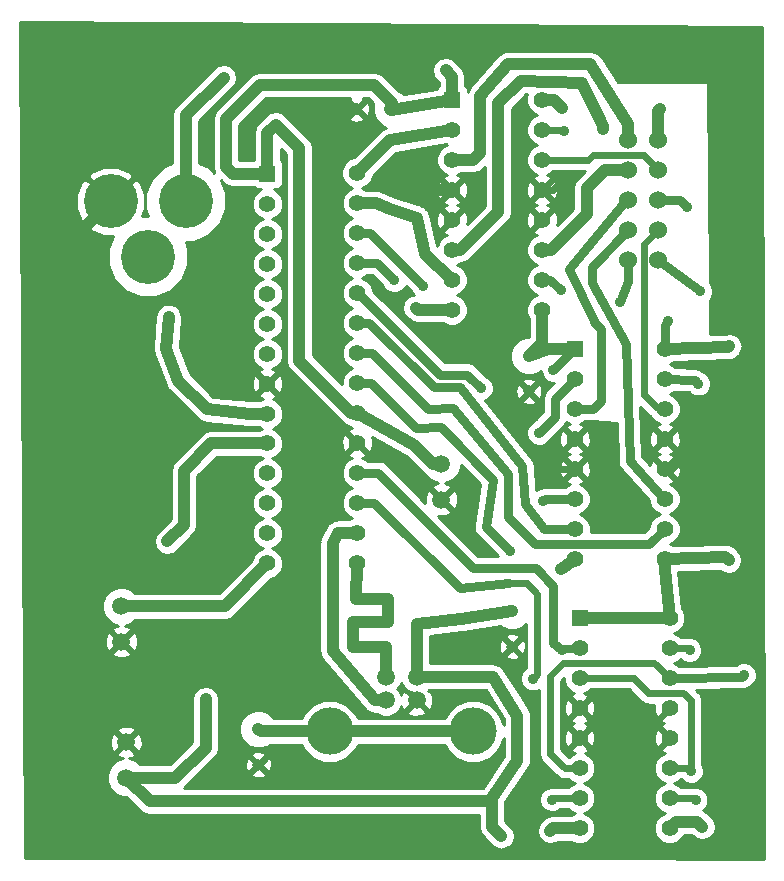
<source format=gbl>
G04 (created by PCBNEW (2013-08-24 BZR 4298)-stable) date Mon 09 Sep 2013 07:29:06 PM PDT*
%MOIN*%
G04 Gerber Fmt 3.4, Leading zero omitted, Abs format*
%FSLAX34Y34*%
G01*
G70*
G90*
G04 APERTURE LIST*
%ADD10C,0.003937*%
%ADD11C,0.055000*%
%ADD12R,0.055000X0.055000*%
%ADD13C,0.060000*%
%ADD14C,0.059055*%
%ADD15C,0.039370*%
%ADD16C,0.180000*%
%ADD17C,0.059000*%
%ADD18C,0.157500*%
%ADD19C,0.035000*%
%ADD20C,0.031496*%
%ADD21C,0.039370*%
%ADD22C,0.023622*%
%ADD23C,0.010000*%
G04 APERTURE END LIST*
G54D10*
G54D11*
X25775Y-39363D03*
X25775Y-40363D03*
X25775Y-38363D03*
X25775Y-37363D03*
X25775Y-36363D03*
X25775Y-35363D03*
X25775Y-34363D03*
X25775Y-33363D03*
X25775Y-41357D03*
X25775Y-42357D03*
X25775Y-43357D03*
X25775Y-45357D03*
X25775Y-44357D03*
X22781Y-44379D03*
X22781Y-45379D03*
X22781Y-43379D03*
X22781Y-42379D03*
X22781Y-41379D03*
X25771Y-32359D03*
G54D12*
X22781Y-32385D03*
G54D11*
X22781Y-33385D03*
X22781Y-34385D03*
X22781Y-35385D03*
X22781Y-36385D03*
X22781Y-37385D03*
X22781Y-38385D03*
X22781Y-40385D03*
X22781Y-39385D03*
G54D13*
X34814Y-31267D03*
X34814Y-32267D03*
X34814Y-33267D03*
X34814Y-34267D03*
X34814Y-35267D03*
X35814Y-35267D03*
X35814Y-34267D03*
X35814Y-33267D03*
X35814Y-32267D03*
X35814Y-31267D03*
G54D14*
X28582Y-42066D03*
X28582Y-43248D03*
G54D15*
X22480Y-50905D03*
X22480Y-52086D03*
X26929Y-30236D03*
X25748Y-30236D03*
X31496Y-38464D03*
X31496Y-39645D03*
G54D14*
X17913Y-46811D03*
X17913Y-47992D03*
X18070Y-52519D03*
X18070Y-51338D03*
G54D15*
X30944Y-46968D03*
X30944Y-48149D03*
G54D16*
X20055Y-33307D03*
X17555Y-33307D03*
X18805Y-35157D03*
G54D11*
X31933Y-36925D03*
X31933Y-29925D03*
X31933Y-30925D03*
G54D12*
X28933Y-29925D03*
G54D11*
X28933Y-30925D03*
X28933Y-31925D03*
X28933Y-32925D03*
X28933Y-33925D03*
X28933Y-34925D03*
X28933Y-35925D03*
X28933Y-36925D03*
X31933Y-35925D03*
X31933Y-34925D03*
X31933Y-33925D03*
X31933Y-32925D03*
X31933Y-31925D03*
X36027Y-45232D03*
X36027Y-38232D03*
X36027Y-39232D03*
G54D12*
X33027Y-38232D03*
G54D11*
X33027Y-39232D03*
X33027Y-40232D03*
X33027Y-41232D03*
X33027Y-42232D03*
X33027Y-43232D03*
X33027Y-44232D03*
X33027Y-45232D03*
X36027Y-44232D03*
X36027Y-43232D03*
X36027Y-42232D03*
X36027Y-41232D03*
X36027Y-40232D03*
X36185Y-54208D03*
X36185Y-47208D03*
X36185Y-48208D03*
G54D12*
X33185Y-47208D03*
G54D11*
X33185Y-48208D03*
X33185Y-49208D03*
X33185Y-50208D03*
X33185Y-51208D03*
X33185Y-52208D03*
X33185Y-53208D03*
X33185Y-54208D03*
X36185Y-53208D03*
X36185Y-52208D03*
X36185Y-51208D03*
X36185Y-50208D03*
X36185Y-49208D03*
G54D17*
X27754Y-49161D03*
X26734Y-49161D03*
X26734Y-49941D03*
X27754Y-49941D03*
G54D18*
X29634Y-50981D03*
X24854Y-50981D03*
G54D19*
X32312Y-38927D03*
X36141Y-37303D03*
X38169Y-38139D03*
X38159Y-45275D03*
X37273Y-54163D03*
X30570Y-54468D03*
X32598Y-30196D03*
X28720Y-28946D03*
X20718Y-49901D03*
X23051Y-30748D03*
X19488Y-37165D03*
X19448Y-44645D03*
X36683Y-41801D03*
X31998Y-42322D03*
X32637Y-32578D03*
X24055Y-30334D03*
X27421Y-32539D03*
X16968Y-37165D03*
X35866Y-30236D03*
X33976Y-30885D03*
X31968Y-43287D03*
X36751Y-33484D03*
X36909Y-52303D03*
X34547Y-36673D03*
X37214Y-36309D03*
X38661Y-49104D03*
X37145Y-39389D03*
X30875Y-44970D03*
X29891Y-39537D03*
X31840Y-41023D03*
X27007Y-35944D03*
X32667Y-30954D03*
X27972Y-36122D03*
X32568Y-36279D03*
X32273Y-53248D03*
X36850Y-48267D03*
X31633Y-49222D03*
X32588Y-48248D03*
X37057Y-53257D03*
X32214Y-54291D03*
X32578Y-45580D03*
X27726Y-36850D03*
X21318Y-29183D03*
G54D20*
X33027Y-38232D02*
X33007Y-38232D01*
X33007Y-38232D02*
X32312Y-38927D01*
X36141Y-37303D02*
X36027Y-37417D01*
X36027Y-37417D02*
X36027Y-38232D01*
G54D21*
X31933Y-36925D02*
X31933Y-38027D01*
X31933Y-38027D02*
X31496Y-38464D01*
X38169Y-38139D02*
X38145Y-38163D01*
X38145Y-38163D02*
X36027Y-38232D01*
X38047Y-45163D02*
X36027Y-45232D01*
X38159Y-45275D02*
X38047Y-45163D01*
X30266Y-53203D02*
X30266Y-54164D01*
X36407Y-53986D02*
X36185Y-54208D01*
X37096Y-53986D02*
X36407Y-53986D01*
X37273Y-54163D02*
X37096Y-53986D01*
X30266Y-54164D02*
X30570Y-54468D01*
X25775Y-40363D02*
X25570Y-40363D01*
X23838Y-31535D02*
X23051Y-30748D01*
X23838Y-38631D02*
X23838Y-31535D01*
X25570Y-40363D02*
X23838Y-38631D01*
X31933Y-29925D02*
X32326Y-29925D01*
X32326Y-29925D02*
X32598Y-30196D01*
X28933Y-29159D02*
X28933Y-29925D01*
X28720Y-28946D02*
X28933Y-29159D01*
X18070Y-52519D02*
X19714Y-52519D01*
X19714Y-52519D02*
X20718Y-51515D01*
X20718Y-51515D02*
X20718Y-49901D01*
X22781Y-31017D02*
X22781Y-32385D01*
X23051Y-30748D02*
X22781Y-31017D01*
X26929Y-30236D02*
X26929Y-30029D01*
X26929Y-30029D02*
X26328Y-29429D01*
X26328Y-29429D02*
X22539Y-29429D01*
X22539Y-29429D02*
X21397Y-30570D01*
X21397Y-30570D02*
X21397Y-32155D01*
X21397Y-32155D02*
X21627Y-32385D01*
X21627Y-32385D02*
X22781Y-32385D01*
X33027Y-38232D02*
X32122Y-38232D01*
X32122Y-38232D02*
X31496Y-38464D01*
X28933Y-29925D02*
X26893Y-30279D01*
X26893Y-30279D02*
X26850Y-30236D01*
X28582Y-42066D02*
X28307Y-42066D01*
X27667Y-41446D02*
X25775Y-40363D01*
X28307Y-42066D02*
X27667Y-41446D01*
X36185Y-47208D02*
X35988Y-45271D01*
X35988Y-45271D02*
X36027Y-45232D01*
X33185Y-47208D02*
X36185Y-47208D01*
X27754Y-49161D02*
X27754Y-47403D01*
X29222Y-47234D02*
X30944Y-46968D01*
X27754Y-47403D02*
X29222Y-47234D01*
X18070Y-52519D02*
X18858Y-53307D01*
X30302Y-49161D02*
X27754Y-49161D01*
X31112Y-50452D02*
X30302Y-49161D01*
X31112Y-51948D02*
X31112Y-50452D01*
X30196Y-53307D02*
X30266Y-53203D01*
X30266Y-53203D02*
X31112Y-51948D01*
X18858Y-53307D02*
X29379Y-53307D01*
X29379Y-53307D02*
X30196Y-53307D01*
X26734Y-49941D02*
X26358Y-49941D01*
X25130Y-44357D02*
X25775Y-44357D01*
X24960Y-44685D02*
X25130Y-44357D01*
X24960Y-48307D02*
X24960Y-44685D01*
X26358Y-49941D02*
X24960Y-48307D01*
X26732Y-48149D02*
X25629Y-48149D01*
X25629Y-48149D02*
X25629Y-47322D01*
X26734Y-49161D02*
X26732Y-48149D01*
X26811Y-46574D02*
X25748Y-46574D01*
X25748Y-46574D02*
X25775Y-45357D01*
X26811Y-47125D02*
X26811Y-46574D01*
X26811Y-47322D02*
X26811Y-47125D01*
X25629Y-47322D02*
X26811Y-47322D01*
X22781Y-40385D02*
X22196Y-40385D01*
X19409Y-38228D02*
X19488Y-37165D01*
X19803Y-39291D02*
X19409Y-38228D01*
X20774Y-40245D02*
X19803Y-39291D01*
X22196Y-40385D02*
X20774Y-40245D01*
X20903Y-41379D02*
X22781Y-41379D01*
X20000Y-42283D02*
X20903Y-41379D01*
X20000Y-44094D02*
X20000Y-42283D01*
X19448Y-44645D02*
X20000Y-44094D01*
X24854Y-50981D02*
X22555Y-50981D01*
X22555Y-50981D02*
X22480Y-50905D01*
X24854Y-50981D02*
X29634Y-50981D01*
X17913Y-46811D02*
X21350Y-46811D01*
X21350Y-46811D02*
X22781Y-45379D01*
G54D22*
X36251Y-42232D02*
X36683Y-41801D01*
X36027Y-42232D02*
X36251Y-42232D01*
X32088Y-42232D02*
X33027Y-42232D01*
X31998Y-42322D02*
X32088Y-42232D01*
X31933Y-32925D02*
X32291Y-32925D01*
X32291Y-32925D02*
X32637Y-32578D01*
G54D21*
X28933Y-32925D02*
X27807Y-32925D01*
X24153Y-30236D02*
X25748Y-30236D01*
X24055Y-30334D02*
X24153Y-30236D01*
X27807Y-32925D02*
X27421Y-32539D01*
X16692Y-34170D02*
X17555Y-33307D01*
X16692Y-36889D02*
X16692Y-34170D01*
X16968Y-37165D02*
X16692Y-36889D01*
X34814Y-31267D02*
X34814Y-30720D01*
X29649Y-31925D02*
X28933Y-31925D01*
X29881Y-31692D02*
X29649Y-31925D01*
X29881Y-29803D02*
X29881Y-31692D01*
X30787Y-28740D02*
X29881Y-29803D01*
X33543Y-28740D02*
X30787Y-28740D01*
X34814Y-30720D02*
X33543Y-28740D01*
X28933Y-34925D02*
X29208Y-34925D01*
X35814Y-30287D02*
X35814Y-31267D01*
X35866Y-30236D02*
X35814Y-30287D01*
X33976Y-30807D02*
X33976Y-30885D01*
X33277Y-29379D02*
X33976Y-30807D01*
X31220Y-29291D02*
X33277Y-29379D01*
X30472Y-30039D02*
X31220Y-29291D01*
X30472Y-33661D02*
X30472Y-30039D01*
X29208Y-34925D02*
X30472Y-33661D01*
X31933Y-34925D02*
X32240Y-34925D01*
X34031Y-32267D02*
X34814Y-32267D01*
X33425Y-32874D02*
X34031Y-32267D01*
X33425Y-33740D02*
X33425Y-32874D01*
X32240Y-34925D02*
X33425Y-33740D01*
G54D22*
X31933Y-31925D02*
X33468Y-31925D01*
X35318Y-31771D02*
X35814Y-32267D01*
X33622Y-31771D02*
X35318Y-31771D01*
X33468Y-31925D02*
X33622Y-31771D01*
G54D20*
X34814Y-33267D02*
X34724Y-33267D01*
X33625Y-40232D02*
X33027Y-40232D01*
X33897Y-39960D02*
X33625Y-40232D01*
X33897Y-37559D02*
X33897Y-39960D01*
X33700Y-37362D02*
X33897Y-37559D01*
X32834Y-35551D02*
X33700Y-37362D01*
X34724Y-33267D02*
X32834Y-35551D01*
X31968Y-43287D02*
X32023Y-43232D01*
X32023Y-43232D02*
X33027Y-43232D01*
X36535Y-33267D02*
X36751Y-33484D01*
X35814Y-33267D02*
X36535Y-33267D01*
X36027Y-43232D02*
X36007Y-43232D01*
X36007Y-43232D02*
X34862Y-41968D01*
X34862Y-41968D02*
X34744Y-38051D01*
X34744Y-38051D02*
X33592Y-36023D01*
X33592Y-36023D02*
X33592Y-35490D01*
X33592Y-35490D02*
X34814Y-34267D01*
G54D22*
X36027Y-40232D02*
X35822Y-40232D01*
X35324Y-34738D02*
X35814Y-34267D01*
X35324Y-39773D02*
X35324Y-34738D01*
X35822Y-40232D02*
X35324Y-39773D01*
X33185Y-49208D02*
X35005Y-49208D01*
X36909Y-49940D02*
X36909Y-52303D01*
X36643Y-49714D02*
X36909Y-49940D01*
X35472Y-49714D02*
X36643Y-49714D01*
X35005Y-49208D02*
X35472Y-49714D01*
G54D20*
X34814Y-35267D02*
X34814Y-35962D01*
X34814Y-35962D02*
X34547Y-36673D01*
G54D22*
X36805Y-52198D02*
X36185Y-52208D01*
X36909Y-52303D02*
X36805Y-52198D01*
G54D20*
X35814Y-35267D02*
X37157Y-36251D01*
X37157Y-36251D02*
X37214Y-36309D01*
X38661Y-49104D02*
X38606Y-49159D01*
X38606Y-49159D02*
X36185Y-49208D01*
G54D22*
X33185Y-52208D02*
X32690Y-52208D01*
X35667Y-48690D02*
X36185Y-49208D01*
X32647Y-48690D02*
X35667Y-48690D01*
X32204Y-49133D02*
X32647Y-48690D01*
X32204Y-51722D02*
X32204Y-49133D01*
X32690Y-52208D02*
X32204Y-51722D01*
G54D20*
X37145Y-39389D02*
X37037Y-39281D01*
X37037Y-39281D02*
X36027Y-39232D01*
X27726Y-40856D02*
X28562Y-40846D01*
X28562Y-40846D02*
X30305Y-42588D01*
X30305Y-42588D02*
X30059Y-44153D01*
X30059Y-44153D02*
X30875Y-44970D01*
X25775Y-39363D02*
X26233Y-39363D01*
X26233Y-39363D02*
X27726Y-40856D01*
X25775Y-38363D02*
X26257Y-38363D01*
X26257Y-38363D02*
X28129Y-40236D01*
X28129Y-40236D02*
X28976Y-40196D01*
X28976Y-40196D02*
X30787Y-42391D01*
X30787Y-42391D02*
X30787Y-43818D01*
X30787Y-43818D02*
X31712Y-44744D01*
X31712Y-44744D02*
X35515Y-44744D01*
X35515Y-44744D02*
X36027Y-44232D01*
X33027Y-44232D02*
X32007Y-44232D01*
X32007Y-44232D02*
X31377Y-43405D01*
X31377Y-43405D02*
X31279Y-42135D01*
X31279Y-42135D02*
X29192Y-39507D01*
X29192Y-39507D02*
X28316Y-39507D01*
X28316Y-39507D02*
X26172Y-37363D01*
X26172Y-37363D02*
X25775Y-37363D01*
X25775Y-36363D02*
X25802Y-36363D01*
X25802Y-36363D02*
X28523Y-39084D01*
X28523Y-39084D02*
X29438Y-39084D01*
X29438Y-39084D02*
X29891Y-39537D01*
X31840Y-41023D02*
X32362Y-40501D01*
X32362Y-40501D02*
X32362Y-39897D01*
X32362Y-39897D02*
X33027Y-39232D01*
X25775Y-35363D02*
X26426Y-35363D01*
X26426Y-35363D02*
X27007Y-35944D01*
G54D22*
X32667Y-30954D02*
X32647Y-30935D01*
X32647Y-30935D02*
X31933Y-30925D01*
G54D20*
X25775Y-34363D02*
X26213Y-34363D01*
X26213Y-34363D02*
X27972Y-36122D01*
X32568Y-36279D02*
X32214Y-35925D01*
X32214Y-35925D02*
X31933Y-35925D01*
G54D21*
X28933Y-35925D02*
X28031Y-35078D01*
X26395Y-33363D02*
X25775Y-33363D01*
X26871Y-33574D02*
X26395Y-33363D01*
X27755Y-33858D02*
X26871Y-33574D01*
X28031Y-35078D02*
X27755Y-33858D01*
X28933Y-30925D02*
X26851Y-31279D01*
X26851Y-31279D02*
X25771Y-32359D01*
G54D22*
X32312Y-53208D02*
X33185Y-53208D01*
X32273Y-53248D02*
X32312Y-53208D01*
X30835Y-46046D02*
X31430Y-46046D01*
X36791Y-48208D02*
X36185Y-48208D01*
X36850Y-48267D02*
X36791Y-48208D01*
X31781Y-49074D02*
X31633Y-49222D01*
X31781Y-46397D02*
X31781Y-49074D01*
X31430Y-46046D02*
X31781Y-46397D01*
G54D20*
X25775Y-43357D02*
X26339Y-43357D01*
X26339Y-43357D02*
X29183Y-46200D01*
X29183Y-46200D02*
X30835Y-46046D01*
G54D22*
X30835Y-46046D02*
X30864Y-46043D01*
X30864Y-46043D02*
X30866Y-46043D01*
X36185Y-53208D02*
X37007Y-53208D01*
X32627Y-48208D02*
X33185Y-48208D01*
X32588Y-48248D02*
X32627Y-48208D01*
X37007Y-53208D02*
X37057Y-53257D01*
G54D20*
X25775Y-42357D02*
X26461Y-42357D01*
X26461Y-42357D02*
X29645Y-45541D01*
X29645Y-45541D02*
X31722Y-45541D01*
X31722Y-45541D02*
X32303Y-46122D01*
X32303Y-46122D02*
X32303Y-48041D01*
X32303Y-48041D02*
X32596Y-48248D01*
X32596Y-48248D02*
X32588Y-48248D01*
G54D22*
X32588Y-48248D02*
X32533Y-48248D01*
X32533Y-48248D02*
X33185Y-48208D01*
G54D21*
X32297Y-54208D02*
X33185Y-54208D01*
X32214Y-54291D02*
X32297Y-54208D01*
X32641Y-45517D02*
X33027Y-45232D01*
X32578Y-45580D02*
X32641Y-45517D01*
X28933Y-36925D02*
X27801Y-36925D01*
X27801Y-36925D02*
X27726Y-36850D01*
X20055Y-33307D02*
X20055Y-30446D01*
X20055Y-30446D02*
X21318Y-29183D01*
G54D10*
G36*
X26742Y-30852D02*
X26729Y-30856D01*
X26680Y-30866D01*
X26649Y-30887D01*
X26613Y-30901D01*
X26577Y-30935D01*
X26535Y-30963D01*
X26200Y-31299D01*
X26200Y-30293D01*
X26187Y-30115D01*
X26143Y-30010D01*
X26059Y-29995D01*
X25818Y-30236D01*
X26059Y-30476D01*
X26143Y-30461D01*
X26200Y-30293D01*
X26200Y-31299D01*
X25988Y-31510D01*
X25988Y-30547D01*
X25748Y-30306D01*
X25677Y-30377D01*
X25677Y-30236D01*
X25436Y-29995D01*
X25352Y-30010D01*
X25296Y-30179D01*
X25308Y-30356D01*
X25352Y-30461D01*
X25436Y-30476D01*
X25677Y-30236D01*
X25677Y-30377D01*
X25507Y-30547D01*
X25522Y-30631D01*
X25690Y-30688D01*
X25868Y-30675D01*
X25973Y-30631D01*
X25988Y-30547D01*
X25988Y-31510D01*
X25662Y-31836D01*
X25474Y-31914D01*
X25326Y-32061D01*
X25246Y-32254D01*
X25246Y-32463D01*
X25326Y-32656D01*
X25473Y-32804D01*
X25613Y-32862D01*
X25478Y-32918D01*
X25330Y-33065D01*
X25250Y-33258D01*
X25250Y-33467D01*
X25330Y-33660D01*
X25477Y-33808D01*
X25610Y-33863D01*
X25478Y-33918D01*
X25330Y-34065D01*
X25250Y-34258D01*
X25250Y-34467D01*
X25330Y-34660D01*
X25477Y-34808D01*
X25610Y-34863D01*
X25478Y-34918D01*
X25330Y-35065D01*
X25250Y-35258D01*
X25250Y-35467D01*
X25330Y-35660D01*
X25477Y-35808D01*
X25610Y-35863D01*
X25478Y-35918D01*
X25330Y-36065D01*
X25250Y-36258D01*
X25250Y-36467D01*
X25330Y-36660D01*
X25477Y-36808D01*
X25610Y-36863D01*
X25478Y-36918D01*
X25330Y-37065D01*
X25250Y-37258D01*
X25250Y-37467D01*
X25330Y-37660D01*
X25477Y-37808D01*
X25610Y-37863D01*
X25478Y-37918D01*
X25330Y-38065D01*
X25250Y-38258D01*
X25250Y-38467D01*
X25330Y-38660D01*
X25477Y-38808D01*
X25610Y-38863D01*
X25478Y-38918D01*
X25330Y-39065D01*
X25250Y-39258D01*
X25250Y-39411D01*
X24285Y-38446D01*
X24285Y-31535D01*
X24251Y-31364D01*
X24251Y-31364D01*
X24154Y-31219D01*
X23367Y-30432D01*
X23222Y-30335D01*
X23051Y-30301D01*
X22908Y-30329D01*
X22880Y-30335D01*
X22735Y-30432D01*
X22465Y-30701D01*
X22368Y-30846D01*
X22334Y-31017D01*
X22334Y-31928D01*
X22324Y-31938D01*
X21844Y-31938D01*
X21844Y-30755D01*
X22724Y-29875D01*
X25516Y-29875D01*
X25507Y-29925D01*
X25748Y-30165D01*
X25988Y-29925D01*
X25979Y-29875D01*
X26143Y-29875D01*
X26314Y-30046D01*
X26288Y-30108D01*
X26288Y-30363D01*
X26385Y-30598D01*
X26565Y-30778D01*
X26742Y-30852D01*
X26742Y-30852D01*
G37*
G54D23*
X26742Y-30852D02*
X26729Y-30856D01*
X26680Y-30866D01*
X26649Y-30887D01*
X26613Y-30901D01*
X26577Y-30935D01*
X26535Y-30963D01*
X26200Y-31299D01*
X26200Y-30293D01*
X26187Y-30115D01*
X26143Y-30010D01*
X26059Y-29995D01*
X25818Y-30236D01*
X26059Y-30476D01*
X26143Y-30461D01*
X26200Y-30293D01*
X26200Y-31299D01*
X25988Y-31510D01*
X25988Y-30547D01*
X25748Y-30306D01*
X25677Y-30377D01*
X25677Y-30236D01*
X25436Y-29995D01*
X25352Y-30010D01*
X25296Y-30179D01*
X25308Y-30356D01*
X25352Y-30461D01*
X25436Y-30476D01*
X25677Y-30236D01*
X25677Y-30377D01*
X25507Y-30547D01*
X25522Y-30631D01*
X25690Y-30688D01*
X25868Y-30675D01*
X25973Y-30631D01*
X25988Y-30547D01*
X25988Y-31510D01*
X25662Y-31836D01*
X25474Y-31914D01*
X25326Y-32061D01*
X25246Y-32254D01*
X25246Y-32463D01*
X25326Y-32656D01*
X25473Y-32804D01*
X25613Y-32862D01*
X25478Y-32918D01*
X25330Y-33065D01*
X25250Y-33258D01*
X25250Y-33467D01*
X25330Y-33660D01*
X25477Y-33808D01*
X25610Y-33863D01*
X25478Y-33918D01*
X25330Y-34065D01*
X25250Y-34258D01*
X25250Y-34467D01*
X25330Y-34660D01*
X25477Y-34808D01*
X25610Y-34863D01*
X25478Y-34918D01*
X25330Y-35065D01*
X25250Y-35258D01*
X25250Y-35467D01*
X25330Y-35660D01*
X25477Y-35808D01*
X25610Y-35863D01*
X25478Y-35918D01*
X25330Y-36065D01*
X25250Y-36258D01*
X25250Y-36467D01*
X25330Y-36660D01*
X25477Y-36808D01*
X25610Y-36863D01*
X25478Y-36918D01*
X25330Y-37065D01*
X25250Y-37258D01*
X25250Y-37467D01*
X25330Y-37660D01*
X25477Y-37808D01*
X25610Y-37863D01*
X25478Y-37918D01*
X25330Y-38065D01*
X25250Y-38258D01*
X25250Y-38467D01*
X25330Y-38660D01*
X25477Y-38808D01*
X25610Y-38863D01*
X25478Y-38918D01*
X25330Y-39065D01*
X25250Y-39258D01*
X25250Y-39411D01*
X24285Y-38446D01*
X24285Y-31535D01*
X24251Y-31364D01*
X24251Y-31364D01*
X24154Y-31219D01*
X23367Y-30432D01*
X23222Y-30335D01*
X23051Y-30301D01*
X22908Y-30329D01*
X22880Y-30335D01*
X22735Y-30432D01*
X22465Y-30701D01*
X22368Y-30846D01*
X22334Y-31017D01*
X22334Y-31928D01*
X22324Y-31938D01*
X21844Y-31938D01*
X21844Y-30755D01*
X22724Y-29875D01*
X25516Y-29875D01*
X25507Y-29925D01*
X25748Y-30165D01*
X25988Y-29925D01*
X25979Y-29875D01*
X26143Y-29875D01*
X26314Y-30046D01*
X26288Y-30108D01*
X26288Y-30363D01*
X26385Y-30598D01*
X26565Y-30778D01*
X26742Y-30852D01*
G54D10*
G36*
X30025Y-33476D02*
X29442Y-34059D01*
X29462Y-34000D01*
X29462Y-33000D01*
X29451Y-32792D01*
X29393Y-32652D01*
X29300Y-32628D01*
X29003Y-32925D01*
X29300Y-33222D01*
X29393Y-33198D01*
X29462Y-33000D01*
X29462Y-34000D01*
X29451Y-33792D01*
X29393Y-33652D01*
X29300Y-33628D01*
X29230Y-33698D01*
X29230Y-33557D01*
X29205Y-33464D01*
X29102Y-33428D01*
X29205Y-33385D01*
X29230Y-33292D01*
X28933Y-32995D01*
X28862Y-33066D01*
X28862Y-32925D01*
X28565Y-32628D01*
X28472Y-32652D01*
X28403Y-32849D01*
X28414Y-33057D01*
X28472Y-33198D01*
X28565Y-33222D01*
X28862Y-32925D01*
X28862Y-33066D01*
X28635Y-33292D01*
X28660Y-33385D01*
X28763Y-33421D01*
X28660Y-33464D01*
X28635Y-33557D01*
X28933Y-33854D01*
X29230Y-33557D01*
X29230Y-33698D01*
X29003Y-33925D01*
X29009Y-33930D01*
X28938Y-34001D01*
X28933Y-33995D01*
X28862Y-34066D01*
X28862Y-33925D01*
X28565Y-33628D01*
X28472Y-33652D01*
X28403Y-33849D01*
X28414Y-34057D01*
X28472Y-34198D01*
X28565Y-34222D01*
X28862Y-33925D01*
X28862Y-34066D01*
X28635Y-34292D01*
X28660Y-34385D01*
X28770Y-34424D01*
X28636Y-34479D01*
X28488Y-34627D01*
X28423Y-34784D01*
X28191Y-33759D01*
X28168Y-33708D01*
X28153Y-33653D01*
X28133Y-33629D01*
X28120Y-33600D01*
X28079Y-33561D01*
X28044Y-33517D01*
X28017Y-33502D01*
X27994Y-33480D01*
X27941Y-33460D01*
X27892Y-33432D01*
X27030Y-33156D01*
X26576Y-32955D01*
X26570Y-32953D01*
X26566Y-32950D01*
X26485Y-32934D01*
X26405Y-32916D01*
X26400Y-32917D01*
X26395Y-32916D01*
X26068Y-32916D01*
X25933Y-32860D01*
X26068Y-32804D01*
X26216Y-32657D01*
X26294Y-32468D01*
X27066Y-31696D01*
X28736Y-31411D01*
X28768Y-31425D01*
X28636Y-31479D01*
X28488Y-31627D01*
X28408Y-31820D01*
X28407Y-32029D01*
X28487Y-32222D01*
X28635Y-32370D01*
X28761Y-32422D01*
X28660Y-32464D01*
X28635Y-32557D01*
X28933Y-32854D01*
X29230Y-32557D01*
X29205Y-32464D01*
X29095Y-32425D01*
X29226Y-32372D01*
X29649Y-32372D01*
X29820Y-32338D01*
X29820Y-32338D01*
X29965Y-32241D01*
X30025Y-32181D01*
X30025Y-33476D01*
X30025Y-33476D01*
G37*
G54D23*
X30025Y-33476D02*
X29442Y-34059D01*
X29462Y-34000D01*
X29462Y-33000D01*
X29451Y-32792D01*
X29393Y-32652D01*
X29300Y-32628D01*
X29003Y-32925D01*
X29300Y-33222D01*
X29393Y-33198D01*
X29462Y-33000D01*
X29462Y-34000D01*
X29451Y-33792D01*
X29393Y-33652D01*
X29300Y-33628D01*
X29230Y-33698D01*
X29230Y-33557D01*
X29205Y-33464D01*
X29102Y-33428D01*
X29205Y-33385D01*
X29230Y-33292D01*
X28933Y-32995D01*
X28862Y-33066D01*
X28862Y-32925D01*
X28565Y-32628D01*
X28472Y-32652D01*
X28403Y-32849D01*
X28414Y-33057D01*
X28472Y-33198D01*
X28565Y-33222D01*
X28862Y-32925D01*
X28862Y-33066D01*
X28635Y-33292D01*
X28660Y-33385D01*
X28763Y-33421D01*
X28660Y-33464D01*
X28635Y-33557D01*
X28933Y-33854D01*
X29230Y-33557D01*
X29230Y-33698D01*
X29003Y-33925D01*
X29009Y-33930D01*
X28938Y-34001D01*
X28933Y-33995D01*
X28862Y-34066D01*
X28862Y-33925D01*
X28565Y-33628D01*
X28472Y-33652D01*
X28403Y-33849D01*
X28414Y-34057D01*
X28472Y-34198D01*
X28565Y-34222D01*
X28862Y-33925D01*
X28862Y-34066D01*
X28635Y-34292D01*
X28660Y-34385D01*
X28770Y-34424D01*
X28636Y-34479D01*
X28488Y-34627D01*
X28423Y-34784D01*
X28191Y-33759D01*
X28168Y-33708D01*
X28153Y-33653D01*
X28133Y-33629D01*
X28120Y-33600D01*
X28079Y-33561D01*
X28044Y-33517D01*
X28017Y-33502D01*
X27994Y-33480D01*
X27941Y-33460D01*
X27892Y-33432D01*
X27030Y-33156D01*
X26576Y-32955D01*
X26570Y-32953D01*
X26566Y-32950D01*
X26485Y-32934D01*
X26405Y-32916D01*
X26400Y-32917D01*
X26395Y-32916D01*
X26068Y-32916D01*
X25933Y-32860D01*
X26068Y-32804D01*
X26216Y-32657D01*
X26294Y-32468D01*
X27066Y-31696D01*
X28736Y-31411D01*
X28768Y-31425D01*
X28636Y-31479D01*
X28488Y-31627D01*
X28408Y-31820D01*
X28407Y-32029D01*
X28487Y-32222D01*
X28635Y-32370D01*
X28761Y-32422D01*
X28660Y-32464D01*
X28635Y-32557D01*
X28933Y-32854D01*
X29230Y-32557D01*
X29205Y-32464D01*
X29095Y-32425D01*
X29226Y-32372D01*
X29649Y-32372D01*
X29820Y-32338D01*
X29820Y-32338D01*
X29965Y-32241D01*
X30025Y-32181D01*
X30025Y-33476D01*
G54D10*
G36*
X35862Y-43732D02*
X35730Y-43786D01*
X35582Y-43934D01*
X35502Y-44127D01*
X35502Y-44180D01*
X35346Y-44336D01*
X33557Y-44336D01*
X33557Y-42308D01*
X33557Y-41308D01*
X33546Y-41099D01*
X33488Y-40959D01*
X33395Y-40935D01*
X33098Y-41232D01*
X33395Y-41529D01*
X33488Y-41505D01*
X33557Y-41308D01*
X33557Y-42308D01*
X33546Y-42099D01*
X33488Y-41959D01*
X33395Y-41935D01*
X33324Y-42005D01*
X33324Y-41864D01*
X33300Y-41771D01*
X33197Y-41735D01*
X33300Y-41692D01*
X33324Y-41600D01*
X33027Y-41302D01*
X32956Y-41373D01*
X32956Y-41232D01*
X32659Y-40935D01*
X32567Y-40959D01*
X32497Y-41156D01*
X32508Y-41365D01*
X32567Y-41505D01*
X32659Y-41529D01*
X32956Y-41232D01*
X32956Y-41373D01*
X32730Y-41600D01*
X32754Y-41692D01*
X32857Y-41729D01*
X32754Y-41771D01*
X32730Y-41864D01*
X33027Y-42161D01*
X33324Y-41864D01*
X33324Y-42005D01*
X33098Y-42232D01*
X33395Y-42529D01*
X33488Y-42505D01*
X33557Y-42308D01*
X33557Y-44336D01*
X33552Y-44336D01*
X33552Y-44128D01*
X33472Y-43935D01*
X33325Y-43787D01*
X33192Y-43732D01*
X33324Y-43677D01*
X33472Y-43530D01*
X33552Y-43337D01*
X33552Y-43128D01*
X33472Y-42935D01*
X33325Y-42787D01*
X33198Y-42734D01*
X33300Y-42692D01*
X33324Y-42600D01*
X33027Y-42302D01*
X32956Y-42373D01*
X32956Y-42232D01*
X32659Y-41935D01*
X32567Y-41959D01*
X32497Y-42156D01*
X32508Y-42365D01*
X32567Y-42505D01*
X32659Y-42529D01*
X32956Y-42232D01*
X32956Y-42373D01*
X32730Y-42600D01*
X32754Y-42692D01*
X32864Y-42731D01*
X32730Y-42786D01*
X32692Y-42824D01*
X32023Y-42824D01*
X32023Y-42824D01*
X31867Y-42855D01*
X31815Y-42890D01*
X31815Y-42890D01*
X31748Y-42918D01*
X31685Y-42104D01*
X31674Y-42064D01*
X31671Y-42023D01*
X31653Y-41988D01*
X31642Y-41951D01*
X31617Y-41918D01*
X31598Y-41882D01*
X30049Y-39931D01*
X30132Y-39897D01*
X30251Y-39778D01*
X30316Y-39622D01*
X30316Y-39453D01*
X30252Y-39296D01*
X30132Y-39177D01*
X30090Y-39159D01*
X29727Y-38796D01*
X29594Y-38708D01*
X29438Y-38677D01*
X29438Y-38677D01*
X28692Y-38677D01*
X26300Y-36285D01*
X26300Y-36259D01*
X26220Y-36066D01*
X26073Y-35918D01*
X25940Y-35863D01*
X26072Y-35808D01*
X26110Y-35771D01*
X26257Y-35771D01*
X26629Y-36143D01*
X26647Y-36185D01*
X26766Y-36304D01*
X26922Y-36369D01*
X27092Y-36369D01*
X27248Y-36305D01*
X27367Y-36185D01*
X27394Y-36120D01*
X27594Y-36320D01*
X27611Y-36362D01*
X27665Y-36415D01*
X27555Y-36437D01*
X27410Y-36534D01*
X27313Y-36679D01*
X27279Y-36850D01*
X27313Y-37021D01*
X27410Y-37166D01*
X27485Y-37241D01*
X27630Y-37338D01*
X27630Y-37338D01*
X27801Y-37372D01*
X28640Y-37372D01*
X28828Y-37450D01*
X29037Y-37450D01*
X29230Y-37370D01*
X29377Y-37222D01*
X29457Y-37030D01*
X29458Y-36821D01*
X29378Y-36628D01*
X29230Y-36480D01*
X29097Y-36425D01*
X29230Y-36370D01*
X29377Y-36222D01*
X29457Y-36030D01*
X29458Y-35821D01*
X29378Y-35628D01*
X29230Y-35480D01*
X29097Y-35425D01*
X29230Y-35370D01*
X29233Y-35367D01*
X29379Y-35338D01*
X29379Y-35338D01*
X29524Y-35241D01*
X30788Y-33977D01*
X30788Y-33977D01*
X30885Y-33832D01*
X30885Y-33832D01*
X30919Y-33661D01*
X30919Y-30224D01*
X31397Y-29746D01*
X31438Y-29747D01*
X31408Y-29820D01*
X31407Y-30029D01*
X31487Y-30222D01*
X31635Y-30370D01*
X31768Y-30425D01*
X31636Y-30479D01*
X31488Y-30627D01*
X31408Y-30820D01*
X31407Y-31029D01*
X31487Y-31222D01*
X31635Y-31370D01*
X31768Y-31425D01*
X31636Y-31479D01*
X31488Y-31627D01*
X31408Y-31820D01*
X31407Y-32029D01*
X31487Y-32222D01*
X31635Y-32370D01*
X31761Y-32422D01*
X31660Y-32464D01*
X31635Y-32557D01*
X31933Y-32854D01*
X32230Y-32557D01*
X32205Y-32464D01*
X32095Y-32425D01*
X32230Y-32370D01*
X32307Y-32293D01*
X33373Y-32293D01*
X33109Y-32558D01*
X33012Y-32703D01*
X32978Y-32874D01*
X32978Y-33555D01*
X32425Y-34108D01*
X32462Y-34000D01*
X32462Y-33000D01*
X32451Y-32792D01*
X32393Y-32652D01*
X32300Y-32628D01*
X32003Y-32925D01*
X32300Y-33222D01*
X32393Y-33198D01*
X32462Y-33000D01*
X32462Y-34000D01*
X32451Y-33792D01*
X32393Y-33652D01*
X32300Y-33628D01*
X32230Y-33698D01*
X32230Y-33557D01*
X32205Y-33464D01*
X32102Y-33428D01*
X32205Y-33385D01*
X32230Y-33292D01*
X31933Y-32995D01*
X31862Y-33066D01*
X31862Y-32925D01*
X31565Y-32628D01*
X31472Y-32652D01*
X31403Y-32849D01*
X31414Y-33057D01*
X31472Y-33198D01*
X31565Y-33222D01*
X31862Y-32925D01*
X31862Y-33066D01*
X31635Y-33292D01*
X31660Y-33385D01*
X31763Y-33421D01*
X31660Y-33464D01*
X31635Y-33557D01*
X31933Y-33854D01*
X32230Y-33557D01*
X32230Y-33698D01*
X32003Y-33925D01*
X32009Y-33930D01*
X31938Y-34001D01*
X31933Y-33995D01*
X31862Y-34066D01*
X31862Y-33925D01*
X31565Y-33628D01*
X31472Y-33652D01*
X31403Y-33849D01*
X31414Y-34057D01*
X31472Y-34198D01*
X31565Y-34222D01*
X31862Y-33925D01*
X31862Y-34066D01*
X31635Y-34292D01*
X31660Y-34385D01*
X31770Y-34424D01*
X31636Y-34479D01*
X31488Y-34627D01*
X31408Y-34820D01*
X31407Y-35029D01*
X31487Y-35222D01*
X31635Y-35370D01*
X31768Y-35425D01*
X31636Y-35479D01*
X31488Y-35627D01*
X31408Y-35820D01*
X31407Y-36029D01*
X31487Y-36222D01*
X31635Y-36370D01*
X31768Y-36425D01*
X31636Y-36479D01*
X31488Y-36627D01*
X31408Y-36820D01*
X31407Y-37029D01*
X31486Y-37218D01*
X31486Y-37824D01*
X31369Y-37823D01*
X31133Y-37921D01*
X30953Y-38101D01*
X30855Y-38336D01*
X30855Y-38591D01*
X30952Y-38826D01*
X31132Y-39007D01*
X31368Y-39105D01*
X31622Y-39105D01*
X31858Y-39007D01*
X31887Y-38978D01*
X31887Y-39011D01*
X31952Y-39167D01*
X32071Y-39287D01*
X32228Y-39352D01*
X32331Y-39352D01*
X32074Y-39609D01*
X31985Y-39741D01*
X31954Y-39897D01*
X31954Y-39897D01*
X31954Y-40333D01*
X31948Y-40339D01*
X31948Y-39702D01*
X31935Y-39525D01*
X31891Y-39419D01*
X31807Y-39405D01*
X31736Y-39476D01*
X31736Y-39334D01*
X31721Y-39249D01*
X31553Y-39193D01*
X31375Y-39206D01*
X31270Y-39249D01*
X31255Y-39334D01*
X31496Y-39574D01*
X31736Y-39334D01*
X31736Y-39476D01*
X31566Y-39645D01*
X31807Y-39886D01*
X31891Y-39871D01*
X31948Y-39702D01*
X31948Y-40339D01*
X31736Y-40551D01*
X31736Y-39956D01*
X31496Y-39716D01*
X31425Y-39787D01*
X31425Y-39645D01*
X31184Y-39405D01*
X31100Y-39419D01*
X31044Y-39588D01*
X31056Y-39765D01*
X31100Y-39871D01*
X31184Y-39886D01*
X31425Y-39645D01*
X31425Y-39787D01*
X31255Y-39956D01*
X31270Y-40041D01*
X31438Y-40097D01*
X31616Y-40085D01*
X31721Y-40041D01*
X31736Y-39956D01*
X31736Y-40551D01*
X31642Y-40645D01*
X31600Y-40663D01*
X31480Y-40782D01*
X31415Y-40938D01*
X31415Y-41107D01*
X31480Y-41264D01*
X31599Y-41383D01*
X31755Y-41448D01*
X31924Y-41448D01*
X32080Y-41384D01*
X32200Y-41264D01*
X32218Y-41222D01*
X32650Y-40790D01*
X32650Y-40790D01*
X32650Y-40790D01*
X32727Y-40674D01*
X32729Y-40677D01*
X32856Y-40729D01*
X32754Y-40771D01*
X32730Y-40864D01*
X33027Y-41161D01*
X33324Y-40864D01*
X33300Y-40771D01*
X33190Y-40733D01*
X33324Y-40677D01*
X33362Y-40639D01*
X33597Y-40639D01*
X34416Y-40691D01*
X34454Y-41980D01*
X34469Y-42042D01*
X34478Y-42105D01*
X34486Y-42119D01*
X34490Y-42135D01*
X34527Y-42187D01*
X34560Y-42242D01*
X35502Y-43281D01*
X35502Y-43336D01*
X35582Y-43529D01*
X35729Y-43677D01*
X35862Y-43732D01*
X35862Y-43732D01*
G37*
G54D23*
X35862Y-43732D02*
X35730Y-43786D01*
X35582Y-43934D01*
X35502Y-44127D01*
X35502Y-44180D01*
X35346Y-44336D01*
X33557Y-44336D01*
X33557Y-42308D01*
X33557Y-41308D01*
X33546Y-41099D01*
X33488Y-40959D01*
X33395Y-40935D01*
X33098Y-41232D01*
X33395Y-41529D01*
X33488Y-41505D01*
X33557Y-41308D01*
X33557Y-42308D01*
X33546Y-42099D01*
X33488Y-41959D01*
X33395Y-41935D01*
X33324Y-42005D01*
X33324Y-41864D01*
X33300Y-41771D01*
X33197Y-41735D01*
X33300Y-41692D01*
X33324Y-41600D01*
X33027Y-41302D01*
X32956Y-41373D01*
X32956Y-41232D01*
X32659Y-40935D01*
X32567Y-40959D01*
X32497Y-41156D01*
X32508Y-41365D01*
X32567Y-41505D01*
X32659Y-41529D01*
X32956Y-41232D01*
X32956Y-41373D01*
X32730Y-41600D01*
X32754Y-41692D01*
X32857Y-41729D01*
X32754Y-41771D01*
X32730Y-41864D01*
X33027Y-42161D01*
X33324Y-41864D01*
X33324Y-42005D01*
X33098Y-42232D01*
X33395Y-42529D01*
X33488Y-42505D01*
X33557Y-42308D01*
X33557Y-44336D01*
X33552Y-44336D01*
X33552Y-44128D01*
X33472Y-43935D01*
X33325Y-43787D01*
X33192Y-43732D01*
X33324Y-43677D01*
X33472Y-43530D01*
X33552Y-43337D01*
X33552Y-43128D01*
X33472Y-42935D01*
X33325Y-42787D01*
X33198Y-42734D01*
X33300Y-42692D01*
X33324Y-42600D01*
X33027Y-42302D01*
X32956Y-42373D01*
X32956Y-42232D01*
X32659Y-41935D01*
X32567Y-41959D01*
X32497Y-42156D01*
X32508Y-42365D01*
X32567Y-42505D01*
X32659Y-42529D01*
X32956Y-42232D01*
X32956Y-42373D01*
X32730Y-42600D01*
X32754Y-42692D01*
X32864Y-42731D01*
X32730Y-42786D01*
X32692Y-42824D01*
X32023Y-42824D01*
X32023Y-42824D01*
X31867Y-42855D01*
X31815Y-42890D01*
X31815Y-42890D01*
X31748Y-42918D01*
X31685Y-42104D01*
X31674Y-42064D01*
X31671Y-42023D01*
X31653Y-41988D01*
X31642Y-41951D01*
X31617Y-41918D01*
X31598Y-41882D01*
X30049Y-39931D01*
X30132Y-39897D01*
X30251Y-39778D01*
X30316Y-39622D01*
X30316Y-39453D01*
X30252Y-39296D01*
X30132Y-39177D01*
X30090Y-39159D01*
X29727Y-38796D01*
X29594Y-38708D01*
X29438Y-38677D01*
X29438Y-38677D01*
X28692Y-38677D01*
X26300Y-36285D01*
X26300Y-36259D01*
X26220Y-36066D01*
X26073Y-35918D01*
X25940Y-35863D01*
X26072Y-35808D01*
X26110Y-35771D01*
X26257Y-35771D01*
X26629Y-36143D01*
X26647Y-36185D01*
X26766Y-36304D01*
X26922Y-36369D01*
X27092Y-36369D01*
X27248Y-36305D01*
X27367Y-36185D01*
X27394Y-36120D01*
X27594Y-36320D01*
X27611Y-36362D01*
X27665Y-36415D01*
X27555Y-36437D01*
X27410Y-36534D01*
X27313Y-36679D01*
X27279Y-36850D01*
X27313Y-37021D01*
X27410Y-37166D01*
X27485Y-37241D01*
X27630Y-37338D01*
X27630Y-37338D01*
X27801Y-37372D01*
X28640Y-37372D01*
X28828Y-37450D01*
X29037Y-37450D01*
X29230Y-37370D01*
X29377Y-37222D01*
X29457Y-37030D01*
X29458Y-36821D01*
X29378Y-36628D01*
X29230Y-36480D01*
X29097Y-36425D01*
X29230Y-36370D01*
X29377Y-36222D01*
X29457Y-36030D01*
X29458Y-35821D01*
X29378Y-35628D01*
X29230Y-35480D01*
X29097Y-35425D01*
X29230Y-35370D01*
X29233Y-35367D01*
X29379Y-35338D01*
X29379Y-35338D01*
X29524Y-35241D01*
X30788Y-33977D01*
X30788Y-33977D01*
X30885Y-33832D01*
X30885Y-33832D01*
X30919Y-33661D01*
X30919Y-30224D01*
X31397Y-29746D01*
X31438Y-29747D01*
X31408Y-29820D01*
X31407Y-30029D01*
X31487Y-30222D01*
X31635Y-30370D01*
X31768Y-30425D01*
X31636Y-30479D01*
X31488Y-30627D01*
X31408Y-30820D01*
X31407Y-31029D01*
X31487Y-31222D01*
X31635Y-31370D01*
X31768Y-31425D01*
X31636Y-31479D01*
X31488Y-31627D01*
X31408Y-31820D01*
X31407Y-32029D01*
X31487Y-32222D01*
X31635Y-32370D01*
X31761Y-32422D01*
X31660Y-32464D01*
X31635Y-32557D01*
X31933Y-32854D01*
X32230Y-32557D01*
X32205Y-32464D01*
X32095Y-32425D01*
X32230Y-32370D01*
X32307Y-32293D01*
X33373Y-32293D01*
X33109Y-32558D01*
X33012Y-32703D01*
X32978Y-32874D01*
X32978Y-33555D01*
X32425Y-34108D01*
X32462Y-34000D01*
X32462Y-33000D01*
X32451Y-32792D01*
X32393Y-32652D01*
X32300Y-32628D01*
X32003Y-32925D01*
X32300Y-33222D01*
X32393Y-33198D01*
X32462Y-33000D01*
X32462Y-34000D01*
X32451Y-33792D01*
X32393Y-33652D01*
X32300Y-33628D01*
X32230Y-33698D01*
X32230Y-33557D01*
X32205Y-33464D01*
X32102Y-33428D01*
X32205Y-33385D01*
X32230Y-33292D01*
X31933Y-32995D01*
X31862Y-33066D01*
X31862Y-32925D01*
X31565Y-32628D01*
X31472Y-32652D01*
X31403Y-32849D01*
X31414Y-33057D01*
X31472Y-33198D01*
X31565Y-33222D01*
X31862Y-32925D01*
X31862Y-33066D01*
X31635Y-33292D01*
X31660Y-33385D01*
X31763Y-33421D01*
X31660Y-33464D01*
X31635Y-33557D01*
X31933Y-33854D01*
X32230Y-33557D01*
X32230Y-33698D01*
X32003Y-33925D01*
X32009Y-33930D01*
X31938Y-34001D01*
X31933Y-33995D01*
X31862Y-34066D01*
X31862Y-33925D01*
X31565Y-33628D01*
X31472Y-33652D01*
X31403Y-33849D01*
X31414Y-34057D01*
X31472Y-34198D01*
X31565Y-34222D01*
X31862Y-33925D01*
X31862Y-34066D01*
X31635Y-34292D01*
X31660Y-34385D01*
X31770Y-34424D01*
X31636Y-34479D01*
X31488Y-34627D01*
X31408Y-34820D01*
X31407Y-35029D01*
X31487Y-35222D01*
X31635Y-35370D01*
X31768Y-35425D01*
X31636Y-35479D01*
X31488Y-35627D01*
X31408Y-35820D01*
X31407Y-36029D01*
X31487Y-36222D01*
X31635Y-36370D01*
X31768Y-36425D01*
X31636Y-36479D01*
X31488Y-36627D01*
X31408Y-36820D01*
X31407Y-37029D01*
X31486Y-37218D01*
X31486Y-37824D01*
X31369Y-37823D01*
X31133Y-37921D01*
X30953Y-38101D01*
X30855Y-38336D01*
X30855Y-38591D01*
X30952Y-38826D01*
X31132Y-39007D01*
X31368Y-39105D01*
X31622Y-39105D01*
X31858Y-39007D01*
X31887Y-38978D01*
X31887Y-39011D01*
X31952Y-39167D01*
X32071Y-39287D01*
X32228Y-39352D01*
X32331Y-39352D01*
X32074Y-39609D01*
X31985Y-39741D01*
X31954Y-39897D01*
X31954Y-39897D01*
X31954Y-40333D01*
X31948Y-40339D01*
X31948Y-39702D01*
X31935Y-39525D01*
X31891Y-39419D01*
X31807Y-39405D01*
X31736Y-39476D01*
X31736Y-39334D01*
X31721Y-39249D01*
X31553Y-39193D01*
X31375Y-39206D01*
X31270Y-39249D01*
X31255Y-39334D01*
X31496Y-39574D01*
X31736Y-39334D01*
X31736Y-39476D01*
X31566Y-39645D01*
X31807Y-39886D01*
X31891Y-39871D01*
X31948Y-39702D01*
X31948Y-40339D01*
X31736Y-40551D01*
X31736Y-39956D01*
X31496Y-39716D01*
X31425Y-39787D01*
X31425Y-39645D01*
X31184Y-39405D01*
X31100Y-39419D01*
X31044Y-39588D01*
X31056Y-39765D01*
X31100Y-39871D01*
X31184Y-39886D01*
X31425Y-39645D01*
X31425Y-39787D01*
X31255Y-39956D01*
X31270Y-40041D01*
X31438Y-40097D01*
X31616Y-40085D01*
X31721Y-40041D01*
X31736Y-39956D01*
X31736Y-40551D01*
X31642Y-40645D01*
X31600Y-40663D01*
X31480Y-40782D01*
X31415Y-40938D01*
X31415Y-41107D01*
X31480Y-41264D01*
X31599Y-41383D01*
X31755Y-41448D01*
X31924Y-41448D01*
X32080Y-41384D01*
X32200Y-41264D01*
X32218Y-41222D01*
X32650Y-40790D01*
X32650Y-40790D01*
X32650Y-40790D01*
X32727Y-40674D01*
X32729Y-40677D01*
X32856Y-40729D01*
X32754Y-40771D01*
X32730Y-40864D01*
X33027Y-41161D01*
X33324Y-40864D01*
X33300Y-40771D01*
X33190Y-40733D01*
X33324Y-40677D01*
X33362Y-40639D01*
X33597Y-40639D01*
X34416Y-40691D01*
X34454Y-41980D01*
X34469Y-42042D01*
X34478Y-42105D01*
X34486Y-42119D01*
X34490Y-42135D01*
X34527Y-42187D01*
X34560Y-42242D01*
X35502Y-43281D01*
X35502Y-43336D01*
X35582Y-43529D01*
X35729Y-43677D01*
X35862Y-43732D01*
G54D10*
G36*
X39319Y-55215D02*
X39086Y-55215D01*
X39086Y-49020D01*
X39021Y-48863D01*
X38902Y-48744D01*
X38746Y-48679D01*
X38577Y-48679D01*
X38420Y-48743D01*
X38408Y-48755D01*
X36513Y-48794D01*
X36482Y-48763D01*
X36349Y-48708D01*
X36482Y-48653D01*
X36558Y-48577D01*
X36609Y-48627D01*
X36765Y-48692D01*
X36934Y-48692D01*
X37090Y-48628D01*
X37210Y-48508D01*
X37275Y-48352D01*
X37275Y-48183D01*
X37210Y-48027D01*
X37091Y-47907D01*
X36935Y-47842D01*
X36802Y-47842D01*
X36791Y-47840D01*
X36559Y-47840D01*
X36482Y-47763D01*
X36349Y-47708D01*
X36482Y-47653D01*
X36629Y-47506D01*
X36709Y-47313D01*
X36710Y-47104D01*
X36630Y-46911D01*
X36601Y-46882D01*
X36477Y-45664D01*
X37880Y-45616D01*
X37988Y-45688D01*
X38159Y-45722D01*
X38330Y-45688D01*
X38475Y-45591D01*
X38572Y-45446D01*
X38606Y-45275D01*
X38572Y-45104D01*
X38475Y-44959D01*
X38363Y-44847D01*
X38356Y-44843D01*
X38352Y-44836D01*
X38284Y-44794D01*
X38218Y-44750D01*
X38210Y-44749D01*
X38204Y-44744D01*
X38125Y-44732D01*
X38047Y-44716D01*
X38039Y-44718D01*
X38032Y-44716D01*
X36557Y-44767D01*
X36557Y-42308D01*
X36557Y-41308D01*
X36546Y-41099D01*
X36488Y-40959D01*
X36395Y-40935D01*
X36098Y-41232D01*
X36395Y-41529D01*
X36488Y-41505D01*
X36557Y-41308D01*
X36557Y-42308D01*
X36546Y-42099D01*
X36488Y-41959D01*
X36395Y-41935D01*
X36324Y-42005D01*
X36324Y-41864D01*
X36300Y-41771D01*
X36197Y-41735D01*
X36300Y-41692D01*
X36324Y-41600D01*
X36027Y-41302D01*
X35956Y-41373D01*
X35956Y-41232D01*
X35659Y-40935D01*
X35567Y-40959D01*
X35497Y-41156D01*
X35508Y-41365D01*
X35567Y-41505D01*
X35659Y-41529D01*
X35956Y-41232D01*
X35956Y-41373D01*
X35730Y-41600D01*
X35754Y-41692D01*
X35857Y-41729D01*
X35754Y-41771D01*
X35730Y-41864D01*
X36027Y-42161D01*
X36324Y-41864D01*
X36324Y-42005D01*
X36098Y-42232D01*
X36395Y-42529D01*
X36488Y-42505D01*
X36557Y-42308D01*
X36557Y-44767D01*
X36297Y-44775D01*
X36192Y-44732D01*
X36324Y-44677D01*
X36472Y-44530D01*
X36552Y-44337D01*
X36552Y-44128D01*
X36472Y-43935D01*
X36325Y-43787D01*
X36192Y-43732D01*
X36324Y-43677D01*
X36472Y-43530D01*
X36552Y-43337D01*
X36552Y-43128D01*
X36472Y-42935D01*
X36325Y-42787D01*
X36198Y-42734D01*
X36300Y-42692D01*
X36324Y-42600D01*
X36027Y-42302D01*
X36021Y-42308D01*
X35951Y-42237D01*
X35956Y-42232D01*
X35659Y-41935D01*
X35567Y-41959D01*
X35521Y-42088D01*
X35264Y-41806D01*
X35215Y-40173D01*
X35570Y-40499D01*
X35582Y-40529D01*
X35729Y-40677D01*
X35856Y-40729D01*
X35754Y-40771D01*
X35730Y-40864D01*
X36027Y-41161D01*
X36324Y-40864D01*
X36300Y-40771D01*
X36190Y-40733D01*
X36324Y-40677D01*
X36472Y-40530D01*
X36552Y-40337D01*
X36552Y-40128D01*
X36472Y-39935D01*
X36325Y-39787D01*
X36192Y-39732D01*
X36324Y-39677D01*
X36346Y-39655D01*
X36834Y-39679D01*
X36904Y-39749D01*
X37060Y-39814D01*
X37229Y-39814D01*
X37386Y-39750D01*
X37505Y-39630D01*
X37570Y-39474D01*
X37570Y-39305D01*
X37506Y-39149D01*
X37386Y-39029D01*
X37344Y-39012D01*
X37325Y-38993D01*
X37267Y-38954D01*
X37211Y-38913D01*
X37201Y-38910D01*
X37193Y-38905D01*
X37124Y-38891D01*
X37057Y-38874D01*
X36379Y-38841D01*
X36325Y-38787D01*
X36192Y-38732D01*
X36324Y-38677D01*
X36332Y-38669D01*
X38160Y-38610D01*
X38238Y-38591D01*
X38316Y-38576D01*
X38322Y-38572D01*
X38330Y-38570D01*
X38395Y-38523D01*
X38461Y-38479D01*
X38485Y-38455D01*
X38582Y-38310D01*
X38616Y-38139D01*
X38582Y-37968D01*
X38485Y-37823D01*
X38340Y-37726D01*
X38169Y-37692D01*
X38033Y-37719D01*
X37544Y-37735D01*
X37533Y-36591D01*
X37574Y-36550D01*
X37639Y-36393D01*
X37639Y-36224D01*
X37575Y-36068D01*
X37527Y-36021D01*
X37461Y-29327D01*
X34451Y-29327D01*
X33919Y-28498D01*
X33885Y-28464D01*
X33859Y-28424D01*
X33826Y-28401D01*
X33798Y-28373D01*
X33754Y-28354D01*
X33714Y-28327D01*
X33675Y-28319D01*
X33638Y-28303D01*
X33590Y-28302D01*
X33543Y-28293D01*
X30787Y-28293D01*
X30769Y-28296D01*
X30751Y-28294D01*
X30684Y-28313D01*
X30616Y-28327D01*
X30601Y-28337D01*
X30584Y-28342D01*
X30529Y-28385D01*
X30471Y-28424D01*
X30461Y-28439D01*
X30447Y-28450D01*
X29541Y-29513D01*
X29507Y-29574D01*
X29469Y-29632D01*
X29465Y-29649D01*
X29458Y-29663D01*
X29458Y-29600D01*
X29420Y-29508D01*
X29379Y-29468D01*
X29379Y-29159D01*
X29345Y-28988D01*
X29249Y-28843D01*
X29036Y-28630D01*
X28891Y-28534D01*
X28720Y-28500D01*
X28549Y-28534D01*
X28404Y-28630D01*
X28307Y-28775D01*
X28273Y-28946D01*
X28307Y-29117D01*
X28404Y-29262D01*
X28486Y-29344D01*
X28486Y-29468D01*
X28446Y-29508D01*
X28424Y-29559D01*
X27346Y-29747D01*
X27292Y-29693D01*
X27177Y-29645D01*
X26644Y-29113D01*
X26499Y-29016D01*
X26328Y-28982D01*
X22539Y-28982D01*
X22368Y-29016D01*
X22223Y-29113D01*
X21081Y-30254D01*
X20984Y-30399D01*
X20950Y-30570D01*
X20950Y-32155D01*
X20984Y-32326D01*
X21003Y-32354D01*
X20818Y-32168D01*
X20502Y-32037D01*
X20502Y-30631D01*
X21634Y-29499D01*
X21731Y-29354D01*
X21765Y-29183D01*
X21731Y-29012D01*
X21634Y-28867D01*
X21489Y-28770D01*
X21318Y-28736D01*
X21147Y-28770D01*
X21002Y-28867D01*
X19739Y-30130D01*
X19643Y-30275D01*
X19609Y-30446D01*
X19609Y-32037D01*
X19295Y-32167D01*
X18917Y-32544D01*
X18712Y-33038D01*
X18711Y-33573D01*
X18811Y-33813D01*
X18591Y-33813D01*
X18706Y-33531D01*
X18705Y-33074D01*
X18533Y-32658D01*
X18375Y-32558D01*
X18304Y-32629D01*
X18304Y-32487D01*
X18204Y-32329D01*
X17780Y-32156D01*
X17323Y-32157D01*
X16907Y-32329D01*
X16807Y-32487D01*
X17555Y-33236D01*
X18304Y-32487D01*
X18304Y-32629D01*
X17626Y-33307D01*
X17632Y-33312D01*
X17561Y-33383D01*
X17555Y-33377D01*
X17485Y-33448D01*
X17485Y-33307D01*
X16736Y-32558D01*
X16578Y-32658D01*
X16405Y-33082D01*
X16406Y-33539D01*
X16578Y-33955D01*
X16736Y-34055D01*
X17485Y-33307D01*
X17485Y-33448D01*
X16807Y-34126D01*
X16907Y-34284D01*
X17331Y-34457D01*
X17641Y-34456D01*
X17462Y-34888D01*
X17461Y-35423D01*
X17666Y-35917D01*
X18043Y-36295D01*
X18537Y-36500D01*
X19072Y-36501D01*
X19566Y-36296D01*
X19944Y-35919D01*
X20149Y-35425D01*
X20149Y-34890D01*
X20050Y-34650D01*
X20322Y-34651D01*
X20816Y-34446D01*
X21194Y-34069D01*
X21399Y-33575D01*
X21399Y-33040D01*
X21222Y-32612D01*
X21311Y-32701D01*
X21456Y-32798D01*
X21456Y-32798D01*
X21627Y-32832D01*
X22324Y-32832D01*
X22364Y-32872D01*
X22456Y-32910D01*
X22556Y-32910D01*
X22556Y-32910D01*
X22484Y-32940D01*
X22336Y-33087D01*
X22256Y-33280D01*
X22256Y-33489D01*
X22336Y-33682D01*
X22483Y-33830D01*
X22616Y-33885D01*
X22484Y-33940D01*
X22336Y-34087D01*
X22256Y-34280D01*
X22256Y-34489D01*
X22336Y-34682D01*
X22483Y-34830D01*
X22616Y-34885D01*
X22484Y-34940D01*
X22336Y-35087D01*
X22256Y-35280D01*
X22256Y-35489D01*
X22336Y-35682D01*
X22483Y-35830D01*
X22616Y-35885D01*
X22484Y-35940D01*
X22336Y-36087D01*
X22256Y-36280D01*
X22256Y-36489D01*
X22336Y-36682D01*
X22483Y-36830D01*
X22616Y-36885D01*
X22484Y-36940D01*
X22336Y-37087D01*
X22256Y-37280D01*
X22256Y-37489D01*
X22336Y-37682D01*
X22483Y-37830D01*
X22616Y-37885D01*
X22484Y-37940D01*
X22336Y-38087D01*
X22256Y-38280D01*
X22256Y-38489D01*
X22336Y-38682D01*
X22483Y-38830D01*
X22610Y-38882D01*
X22508Y-38925D01*
X22484Y-39017D01*
X22781Y-39314D01*
X23078Y-39017D01*
X23054Y-38925D01*
X22944Y-38886D01*
X23078Y-38830D01*
X23226Y-38683D01*
X23306Y-38490D01*
X23306Y-38281D01*
X23226Y-38088D01*
X23079Y-37940D01*
X22946Y-37885D01*
X23078Y-37830D01*
X23226Y-37683D01*
X23306Y-37490D01*
X23306Y-37281D01*
X23226Y-37088D01*
X23079Y-36940D01*
X22946Y-36885D01*
X23078Y-36830D01*
X23226Y-36683D01*
X23306Y-36490D01*
X23306Y-36281D01*
X23226Y-36088D01*
X23079Y-35940D01*
X22946Y-35885D01*
X23078Y-35830D01*
X23226Y-35683D01*
X23306Y-35490D01*
X23306Y-35281D01*
X23226Y-35088D01*
X23079Y-34940D01*
X22946Y-34885D01*
X23078Y-34830D01*
X23226Y-34683D01*
X23306Y-34490D01*
X23306Y-34281D01*
X23226Y-34088D01*
X23079Y-33940D01*
X22946Y-33885D01*
X23078Y-33830D01*
X23226Y-33683D01*
X23306Y-33490D01*
X23306Y-33281D01*
X23226Y-33088D01*
X23079Y-32940D01*
X23006Y-32910D01*
X23106Y-32910D01*
X23198Y-32872D01*
X23268Y-32802D01*
X23306Y-32710D01*
X23306Y-32610D01*
X23306Y-32060D01*
X23268Y-31968D01*
X23228Y-31928D01*
X23228Y-31557D01*
X23391Y-31720D01*
X23391Y-38631D01*
X23425Y-38802D01*
X23522Y-38947D01*
X25254Y-40679D01*
X25399Y-40776D01*
X25399Y-40776D01*
X25457Y-40787D01*
X25477Y-40808D01*
X25597Y-40857D01*
X25502Y-40897D01*
X25478Y-40989D01*
X25775Y-41286D01*
X25781Y-41281D01*
X25851Y-41352D01*
X25846Y-41357D01*
X26143Y-41654D01*
X26236Y-41630D01*
X26305Y-41433D01*
X26294Y-41224D01*
X26267Y-41160D01*
X27396Y-41806D01*
X27996Y-42387D01*
X28031Y-42410D01*
X28039Y-42429D01*
X28219Y-42609D01*
X28454Y-42707D01*
X28477Y-42707D01*
X28446Y-42708D01*
X28297Y-42770D01*
X28270Y-42865D01*
X28582Y-43177D01*
X28894Y-42865D01*
X28867Y-42770D01*
X28690Y-42707D01*
X28709Y-42707D01*
X28945Y-42610D01*
X29125Y-42430D01*
X29223Y-42194D01*
X29223Y-42082D01*
X29870Y-42730D01*
X29656Y-44090D01*
X29657Y-44122D01*
X29651Y-44153D01*
X29660Y-44200D01*
X29662Y-44249D01*
X29676Y-44278D01*
X29682Y-44309D01*
X29709Y-44349D01*
X29729Y-44393D01*
X29753Y-44415D01*
X29770Y-44441D01*
X30463Y-45133D01*
X29814Y-45133D01*
X29132Y-44452D01*
X29132Y-43328D01*
X29121Y-43112D01*
X29060Y-42963D01*
X28965Y-42936D01*
X28653Y-43248D01*
X28965Y-43559D01*
X29060Y-43533D01*
X29132Y-43328D01*
X29132Y-44452D01*
X28465Y-43785D01*
X28502Y-43798D01*
X28718Y-43787D01*
X28867Y-43725D01*
X28894Y-43630D01*
X28582Y-43318D01*
X28577Y-43324D01*
X28506Y-43253D01*
X28511Y-43248D01*
X28200Y-42936D01*
X28105Y-42963D01*
X28032Y-43167D01*
X28042Y-43361D01*
X26750Y-42069D01*
X26617Y-41981D01*
X26461Y-41950D01*
X26461Y-41950D01*
X26110Y-41950D01*
X26073Y-41912D01*
X25946Y-41860D01*
X26048Y-41818D01*
X26072Y-41725D01*
X25775Y-41428D01*
X25704Y-41498D01*
X25704Y-41357D01*
X25407Y-41060D01*
X25315Y-41084D01*
X25245Y-41281D01*
X25257Y-41490D01*
X25315Y-41630D01*
X25407Y-41654D01*
X25704Y-41357D01*
X25704Y-41498D01*
X25478Y-41725D01*
X25502Y-41818D01*
X25612Y-41856D01*
X25478Y-41912D01*
X25330Y-42059D01*
X25250Y-42252D01*
X25250Y-42461D01*
X25330Y-42654D01*
X25477Y-42802D01*
X25610Y-42857D01*
X25478Y-42912D01*
X25330Y-43059D01*
X25250Y-43252D01*
X25250Y-43461D01*
X25330Y-43654D01*
X25477Y-43802D01*
X25610Y-43857D01*
X25482Y-43910D01*
X25130Y-43910D01*
X25063Y-43924D01*
X24995Y-43931D01*
X24978Y-43940D01*
X24959Y-43944D01*
X24902Y-43982D01*
X24842Y-44015D01*
X24830Y-44030D01*
X24814Y-44041D01*
X24776Y-44098D01*
X24734Y-44151D01*
X24564Y-44479D01*
X24558Y-44497D01*
X24547Y-44514D01*
X24534Y-44581D01*
X24515Y-44646D01*
X24517Y-44665D01*
X24513Y-44685D01*
X24513Y-48307D01*
X24527Y-48375D01*
X24535Y-48445D01*
X24544Y-48460D01*
X24547Y-48478D01*
X24586Y-48536D01*
X24621Y-48597D01*
X26018Y-50231D01*
X26032Y-50242D01*
X26042Y-50256D01*
X26100Y-50295D01*
X26155Y-50339D01*
X26172Y-50344D01*
X26187Y-50353D01*
X26256Y-50367D01*
X26323Y-50386D01*
X26341Y-50384D01*
X26358Y-50387D01*
X26410Y-50387D01*
X26424Y-50402D01*
X26625Y-50485D01*
X26842Y-50486D01*
X27042Y-50403D01*
X27195Y-50250D01*
X27241Y-50140D01*
X27276Y-50225D01*
X27371Y-50252D01*
X27683Y-49941D01*
X27371Y-49629D01*
X27276Y-49656D01*
X27244Y-49748D01*
X27196Y-49632D01*
X27114Y-49551D01*
X27195Y-49470D01*
X27244Y-49353D01*
X27291Y-49469D01*
X27444Y-49622D01*
X27550Y-49666D01*
X27754Y-49870D01*
X27759Y-49864D01*
X27830Y-49935D01*
X27824Y-49941D01*
X28136Y-50252D01*
X28231Y-50225D01*
X28303Y-50021D01*
X28292Y-49805D01*
X28231Y-49656D01*
X28136Y-49629D01*
X28157Y-49607D01*
X30055Y-49607D01*
X30665Y-50581D01*
X30665Y-50760D01*
X30514Y-50394D01*
X30222Y-50101D01*
X29841Y-49943D01*
X29428Y-49943D01*
X29047Y-50100D01*
X28755Y-50392D01*
X28696Y-50534D01*
X28303Y-50534D01*
X28065Y-50534D01*
X28065Y-50323D01*
X27754Y-50011D01*
X27442Y-50323D01*
X27469Y-50418D01*
X27673Y-50490D01*
X27890Y-50479D01*
X28038Y-50418D01*
X28065Y-50323D01*
X28065Y-50534D01*
X25792Y-50534D01*
X25734Y-50394D01*
X25442Y-50101D01*
X25061Y-49943D01*
X24648Y-49943D01*
X24267Y-50100D01*
X23975Y-50392D01*
X23916Y-50534D01*
X23311Y-50534D01*
X23311Y-39461D01*
X23300Y-39252D01*
X23242Y-39112D01*
X23149Y-39088D01*
X22852Y-39385D01*
X23149Y-39682D01*
X23242Y-39658D01*
X23311Y-39461D01*
X23311Y-50534D01*
X23306Y-50534D01*
X23306Y-45275D01*
X23226Y-45082D01*
X23079Y-44934D01*
X22946Y-44879D01*
X23078Y-44824D01*
X23226Y-44677D01*
X23306Y-44484D01*
X23306Y-44275D01*
X23226Y-44082D01*
X23079Y-43934D01*
X22946Y-43879D01*
X23078Y-43824D01*
X23226Y-43677D01*
X23306Y-43484D01*
X23306Y-43275D01*
X23226Y-43082D01*
X23079Y-42934D01*
X22946Y-42879D01*
X23078Y-42824D01*
X23226Y-42677D01*
X23306Y-42484D01*
X23306Y-42275D01*
X23226Y-42082D01*
X23079Y-41934D01*
X22946Y-41879D01*
X23078Y-41824D01*
X23226Y-41677D01*
X23306Y-41484D01*
X23306Y-41275D01*
X23226Y-41082D01*
X23079Y-40934D01*
X22953Y-40882D01*
X23078Y-40830D01*
X23226Y-40683D01*
X23306Y-40490D01*
X23306Y-40281D01*
X23226Y-40088D01*
X23079Y-39940D01*
X22952Y-39888D01*
X23054Y-39846D01*
X23078Y-39753D01*
X22781Y-39456D01*
X22710Y-39526D01*
X22710Y-39385D01*
X22413Y-39088D01*
X22321Y-39112D01*
X22251Y-39309D01*
X22263Y-39518D01*
X22321Y-39658D01*
X22413Y-39682D01*
X22710Y-39385D01*
X22710Y-39526D01*
X22484Y-39753D01*
X22508Y-39846D01*
X22618Y-39884D01*
X22488Y-39938D01*
X22218Y-39938D01*
X20975Y-39816D01*
X20187Y-39042D01*
X19862Y-38164D01*
X19933Y-37198D01*
X19912Y-37025D01*
X19826Y-36873D01*
X19689Y-36766D01*
X19521Y-36719D01*
X19348Y-36741D01*
X19196Y-36826D01*
X19089Y-36964D01*
X19042Y-37132D01*
X18963Y-38195D01*
X18964Y-38203D01*
X18962Y-38211D01*
X18975Y-38289D01*
X18985Y-38368D01*
X18989Y-38375D01*
X18990Y-38383D01*
X19384Y-39446D01*
X19389Y-39455D01*
X19391Y-39466D01*
X19435Y-39529D01*
X19475Y-39595D01*
X19484Y-39601D01*
X19490Y-39610D01*
X20461Y-40564D01*
X20514Y-40599D01*
X20563Y-40639D01*
X20587Y-40646D01*
X20607Y-40659D01*
X20669Y-40671D01*
X20730Y-40689D01*
X22152Y-40830D01*
X22174Y-40828D01*
X22196Y-40832D01*
X22488Y-40832D01*
X22609Y-40882D01*
X22488Y-40932D01*
X20903Y-40932D01*
X20732Y-40966D01*
X20587Y-41063D01*
X19684Y-41967D01*
X19587Y-42112D01*
X19553Y-42283D01*
X19553Y-43909D01*
X19132Y-44329D01*
X19035Y-44474D01*
X19001Y-44645D01*
X19035Y-44816D01*
X19132Y-44961D01*
X19277Y-45058D01*
X19448Y-45092D01*
X19619Y-45058D01*
X19764Y-44961D01*
X20315Y-44410D01*
X20412Y-44265D01*
X20412Y-44265D01*
X20446Y-44094D01*
X20446Y-42468D01*
X21088Y-41826D01*
X22488Y-41826D01*
X22616Y-41879D01*
X22484Y-41934D01*
X22336Y-42081D01*
X22256Y-42274D01*
X22256Y-42483D01*
X22336Y-42676D01*
X22483Y-42824D01*
X22616Y-42879D01*
X22484Y-42934D01*
X22336Y-43081D01*
X22256Y-43274D01*
X22256Y-43483D01*
X22336Y-43676D01*
X22483Y-43824D01*
X22616Y-43879D01*
X22484Y-43934D01*
X22336Y-44081D01*
X22256Y-44274D01*
X22256Y-44483D01*
X22336Y-44676D01*
X22483Y-44824D01*
X22616Y-44879D01*
X22484Y-44934D01*
X22336Y-45081D01*
X22258Y-45271D01*
X21165Y-46364D01*
X18372Y-46364D01*
X18276Y-46268D01*
X18041Y-46170D01*
X17786Y-46170D01*
X17551Y-46267D01*
X17370Y-46447D01*
X17272Y-46683D01*
X17272Y-46937D01*
X17370Y-47173D01*
X17550Y-47353D01*
X17785Y-47451D01*
X17808Y-47451D01*
X17777Y-47453D01*
X17628Y-47514D01*
X17601Y-47609D01*
X17913Y-47921D01*
X18225Y-47609D01*
X18198Y-47514D01*
X18021Y-47451D01*
X18040Y-47451D01*
X18275Y-47354D01*
X18372Y-47257D01*
X21350Y-47257D01*
X21521Y-47223D01*
X21521Y-47223D01*
X21666Y-47126D01*
X22890Y-45902D01*
X23078Y-45824D01*
X23226Y-45677D01*
X23306Y-45484D01*
X23306Y-45275D01*
X23306Y-50534D01*
X23014Y-50534D01*
X22843Y-50362D01*
X22608Y-50265D01*
X22353Y-50264D01*
X22117Y-50362D01*
X21937Y-50542D01*
X21839Y-50777D01*
X21839Y-51032D01*
X21936Y-51267D01*
X22116Y-51448D01*
X22352Y-51545D01*
X22607Y-51546D01*
X22842Y-51448D01*
X22863Y-51427D01*
X23916Y-51427D01*
X23974Y-51567D01*
X24265Y-51860D01*
X24646Y-52018D01*
X25059Y-52018D01*
X25441Y-51861D01*
X25733Y-51569D01*
X25791Y-51427D01*
X28696Y-51427D01*
X28754Y-51567D01*
X29045Y-51860D01*
X29426Y-52018D01*
X29839Y-52018D01*
X30221Y-51861D01*
X30513Y-51569D01*
X30665Y-51202D01*
X30665Y-51812D01*
X29959Y-52860D01*
X29379Y-52860D01*
X22932Y-52860D01*
X22932Y-52143D01*
X22919Y-51966D01*
X22876Y-51860D01*
X22791Y-51846D01*
X22720Y-51916D01*
X22720Y-51775D01*
X22706Y-51690D01*
X22537Y-51634D01*
X22360Y-51647D01*
X22254Y-51690D01*
X22239Y-51775D01*
X22480Y-52015D01*
X22720Y-51775D01*
X22720Y-51916D01*
X22551Y-52086D01*
X22791Y-52326D01*
X22876Y-52312D01*
X22932Y-52143D01*
X22932Y-52860D01*
X22720Y-52860D01*
X22720Y-52397D01*
X22480Y-52157D01*
X22409Y-52228D01*
X22409Y-52086D01*
X22169Y-51846D01*
X22084Y-51860D01*
X22028Y-52029D01*
X22040Y-52206D01*
X22084Y-52312D01*
X22169Y-52326D01*
X22409Y-52086D01*
X22409Y-52228D01*
X22239Y-52397D01*
X22254Y-52482D01*
X22423Y-52538D01*
X22600Y-52526D01*
X22706Y-52482D01*
X22720Y-52397D01*
X22720Y-52860D01*
X19993Y-52860D01*
X20030Y-52835D01*
X21034Y-51831D01*
X21131Y-51686D01*
X21131Y-51686D01*
X21165Y-51515D01*
X21165Y-49901D01*
X21131Y-49730D01*
X21034Y-49585D01*
X20889Y-49488D01*
X20718Y-49454D01*
X20547Y-49488D01*
X20402Y-49585D01*
X20305Y-49730D01*
X20271Y-49901D01*
X20271Y-51330D01*
X19529Y-52072D01*
X18620Y-52072D01*
X18620Y-51419D01*
X18609Y-51202D01*
X18548Y-51053D01*
X18463Y-51029D01*
X18463Y-48072D01*
X18452Y-47856D01*
X18390Y-47707D01*
X18295Y-47680D01*
X17984Y-47992D01*
X18295Y-48303D01*
X18390Y-48277D01*
X18463Y-48072D01*
X18463Y-51029D01*
X18453Y-51026D01*
X18382Y-51097D01*
X18382Y-50956D01*
X18355Y-50861D01*
X18225Y-50814D01*
X18225Y-48374D01*
X17913Y-48062D01*
X17842Y-48133D01*
X17842Y-47992D01*
X17530Y-47680D01*
X17436Y-47707D01*
X17363Y-47911D01*
X17374Y-48128D01*
X17436Y-48277D01*
X17530Y-48303D01*
X17842Y-47992D01*
X17842Y-48133D01*
X17601Y-48374D01*
X17628Y-48469D01*
X17832Y-48542D01*
X18049Y-48531D01*
X18198Y-48469D01*
X18225Y-48374D01*
X18225Y-50814D01*
X18151Y-50788D01*
X17934Y-50799D01*
X17785Y-50861D01*
X17759Y-50956D01*
X18070Y-51267D01*
X18382Y-50956D01*
X18382Y-51097D01*
X18141Y-51338D01*
X18453Y-51650D01*
X18548Y-51623D01*
X18620Y-51419D01*
X18620Y-52072D01*
X18529Y-52072D01*
X18434Y-51976D01*
X18198Y-51879D01*
X18175Y-51879D01*
X18206Y-51877D01*
X18355Y-51815D01*
X18382Y-51721D01*
X18070Y-51409D01*
X18000Y-51480D01*
X18000Y-51338D01*
X17688Y-51026D01*
X17593Y-51053D01*
X17520Y-51257D01*
X17531Y-51474D01*
X17593Y-51623D01*
X17688Y-51650D01*
X18000Y-51338D01*
X18000Y-51480D01*
X17759Y-51721D01*
X17785Y-51815D01*
X17963Y-51879D01*
X17944Y-51879D01*
X17708Y-51976D01*
X17528Y-52156D01*
X17430Y-52391D01*
X17430Y-52646D01*
X17527Y-52882D01*
X17707Y-53062D01*
X17942Y-53160D01*
X18079Y-53160D01*
X18542Y-53623D01*
X18687Y-53719D01*
X18687Y-53719D01*
X18858Y-53753D01*
X29379Y-53753D01*
X29820Y-53753D01*
X29820Y-54164D01*
X29854Y-54335D01*
X29950Y-54480D01*
X30254Y-54784D01*
X30399Y-54881D01*
X30570Y-54915D01*
X30741Y-54881D01*
X30886Y-54784D01*
X30983Y-54639D01*
X31017Y-54468D01*
X30983Y-54297D01*
X30886Y-54152D01*
X30713Y-53979D01*
X30713Y-53339D01*
X31482Y-52198D01*
X31500Y-52157D01*
X31525Y-52119D01*
X31533Y-52077D01*
X31550Y-52037D01*
X31550Y-51992D01*
X31559Y-51948D01*
X31559Y-50452D01*
X31551Y-50415D01*
X31552Y-50378D01*
X31534Y-50331D01*
X31525Y-50281D01*
X31504Y-50250D01*
X31490Y-50215D01*
X31185Y-49727D01*
X31185Y-48460D01*
X30944Y-48220D01*
X30874Y-48291D01*
X30874Y-48149D01*
X30633Y-47909D01*
X30549Y-47923D01*
X30492Y-48092D01*
X30505Y-48269D01*
X30549Y-48375D01*
X30633Y-48389D01*
X30874Y-48149D01*
X30874Y-48291D01*
X30704Y-48460D01*
X30719Y-48545D01*
X30887Y-48601D01*
X31065Y-48589D01*
X31170Y-48545D01*
X31185Y-48460D01*
X31185Y-49727D01*
X30681Y-48923D01*
X30646Y-48887D01*
X30618Y-48845D01*
X30587Y-48824D01*
X30561Y-48796D01*
X30515Y-48776D01*
X30473Y-48748D01*
X30436Y-48740D01*
X30402Y-48725D01*
X30352Y-48724D01*
X30302Y-48714D01*
X28200Y-48714D01*
X28200Y-47801D01*
X29273Y-47678D01*
X29281Y-47675D01*
X29290Y-47675D01*
X30551Y-47481D01*
X30581Y-47511D01*
X30816Y-47608D01*
X31071Y-47609D01*
X31307Y-47511D01*
X31413Y-47405D01*
X31413Y-48853D01*
X31396Y-48860D01*
X31396Y-48206D01*
X31384Y-48029D01*
X31340Y-47923D01*
X31255Y-47909D01*
X31185Y-47979D01*
X31185Y-47838D01*
X31170Y-47753D01*
X31001Y-47697D01*
X30824Y-47710D01*
X30719Y-47753D01*
X30704Y-47838D01*
X30944Y-48078D01*
X31185Y-47838D01*
X31185Y-47979D01*
X31015Y-48149D01*
X31255Y-48389D01*
X31340Y-48375D01*
X31396Y-48206D01*
X31396Y-48860D01*
X31393Y-48861D01*
X31273Y-48981D01*
X31208Y-49137D01*
X31208Y-49306D01*
X31273Y-49462D01*
X31392Y-49582D01*
X31548Y-49647D01*
X31718Y-49647D01*
X31836Y-49598D01*
X31836Y-51722D01*
X31864Y-51863D01*
X31944Y-51982D01*
X32430Y-52468D01*
X32550Y-52548D01*
X32690Y-52576D01*
X32810Y-52576D01*
X32887Y-52653D01*
X33020Y-52708D01*
X32888Y-52763D01*
X32810Y-52840D01*
X32400Y-52840D01*
X32358Y-52823D01*
X32189Y-52822D01*
X32033Y-52887D01*
X31913Y-53006D01*
X31848Y-53163D01*
X31848Y-53332D01*
X31913Y-53488D01*
X32032Y-53608D01*
X32188Y-53672D01*
X32357Y-53673D01*
X32514Y-53608D01*
X32545Y-53576D01*
X32810Y-53576D01*
X32887Y-53653D01*
X33020Y-53708D01*
X32891Y-53761D01*
X32297Y-53761D01*
X32126Y-53795D01*
X31981Y-53892D01*
X31898Y-53975D01*
X31801Y-54120D01*
X31767Y-54291D01*
X31801Y-54462D01*
X31898Y-54607D01*
X32043Y-54704D01*
X32214Y-54738D01*
X32385Y-54704D01*
X32458Y-54655D01*
X32892Y-54655D01*
X33080Y-54733D01*
X33289Y-54733D01*
X33482Y-54653D01*
X33629Y-54506D01*
X33709Y-54313D01*
X33710Y-54104D01*
X33630Y-53911D01*
X33482Y-53763D01*
X33349Y-53708D01*
X33482Y-53653D01*
X33629Y-53506D01*
X33709Y-53313D01*
X33710Y-53104D01*
X33630Y-52911D01*
X33482Y-52763D01*
X33349Y-52708D01*
X33482Y-52653D01*
X33629Y-52506D01*
X33709Y-52313D01*
X33710Y-52104D01*
X33630Y-51911D01*
X33482Y-51763D01*
X33356Y-51711D01*
X33457Y-51669D01*
X33482Y-51576D01*
X33185Y-51279D01*
X33114Y-51350D01*
X33114Y-51208D01*
X32817Y-50911D01*
X32724Y-50935D01*
X32655Y-51132D01*
X32666Y-51341D01*
X32724Y-51481D01*
X32817Y-51505D01*
X33114Y-51208D01*
X33114Y-51350D01*
X32887Y-51576D01*
X32912Y-51669D01*
X33022Y-51707D01*
X32888Y-51763D01*
X32827Y-51824D01*
X32572Y-51569D01*
X32572Y-49286D01*
X32660Y-49199D01*
X32659Y-49312D01*
X32739Y-49505D01*
X32887Y-49653D01*
X33013Y-49706D01*
X32912Y-49748D01*
X32887Y-49840D01*
X33185Y-50137D01*
X33482Y-49840D01*
X33457Y-49748D01*
X33347Y-49709D01*
X33482Y-49653D01*
X33559Y-49576D01*
X34844Y-49576D01*
X35201Y-49964D01*
X35207Y-49968D01*
X35212Y-49974D01*
X35265Y-50010D01*
X35317Y-50048D01*
X35325Y-50050D01*
X35331Y-50054D01*
X35394Y-50067D01*
X35457Y-50082D01*
X35465Y-50081D01*
X35472Y-50082D01*
X35672Y-50082D01*
X35655Y-50132D01*
X35666Y-50341D01*
X35724Y-50481D01*
X35817Y-50505D01*
X36114Y-50208D01*
X36108Y-50203D01*
X36179Y-50132D01*
X36185Y-50137D01*
X36190Y-50132D01*
X36261Y-50203D01*
X36255Y-50208D01*
X36261Y-50214D01*
X36190Y-50284D01*
X36185Y-50279D01*
X35887Y-50576D01*
X35912Y-50669D01*
X36015Y-50705D01*
X35912Y-50748D01*
X35887Y-50840D01*
X36185Y-51137D01*
X36190Y-51132D01*
X36261Y-51203D01*
X36255Y-51208D01*
X36261Y-51214D01*
X36190Y-51284D01*
X36185Y-51279D01*
X36114Y-51350D01*
X36114Y-51208D01*
X35817Y-50911D01*
X35724Y-50935D01*
X35655Y-51132D01*
X35666Y-51341D01*
X35724Y-51481D01*
X35817Y-51505D01*
X36114Y-51208D01*
X36114Y-51350D01*
X35887Y-51576D01*
X35912Y-51669D01*
X36022Y-51707D01*
X35888Y-51763D01*
X35740Y-51910D01*
X35660Y-52103D01*
X35659Y-52312D01*
X35739Y-52505D01*
X35887Y-52653D01*
X36020Y-52708D01*
X35888Y-52763D01*
X35740Y-52910D01*
X35660Y-53103D01*
X35659Y-53312D01*
X35739Y-53505D01*
X35887Y-53653D01*
X36020Y-53708D01*
X35888Y-53763D01*
X35740Y-53910D01*
X35660Y-54103D01*
X35659Y-54312D01*
X35739Y-54505D01*
X35887Y-54653D01*
X36080Y-54733D01*
X36289Y-54733D01*
X36482Y-54653D01*
X36629Y-54506D01*
X36660Y-54433D01*
X36911Y-54433D01*
X36957Y-54479D01*
X37102Y-54576D01*
X37273Y-54610D01*
X37444Y-54576D01*
X37589Y-54479D01*
X37686Y-54334D01*
X37720Y-54163D01*
X37686Y-53992D01*
X37589Y-53847D01*
X37412Y-53670D01*
X37312Y-53603D01*
X37417Y-53498D01*
X37482Y-53342D01*
X37482Y-53173D01*
X37417Y-53017D01*
X37298Y-52897D01*
X37141Y-52832D01*
X36972Y-52832D01*
X36954Y-52840D01*
X36559Y-52840D01*
X36482Y-52763D01*
X36349Y-52708D01*
X36482Y-52653D01*
X36565Y-52570D01*
X36575Y-52570D01*
X36668Y-52663D01*
X36824Y-52728D01*
X36993Y-52728D01*
X37149Y-52663D01*
X37269Y-52544D01*
X37334Y-52388D01*
X37334Y-52218D01*
X37277Y-52081D01*
X37277Y-49940D01*
X37274Y-49926D01*
X37276Y-49911D01*
X37260Y-49856D01*
X37249Y-49800D01*
X37241Y-49787D01*
X37237Y-49773D01*
X37201Y-49728D01*
X37169Y-49680D01*
X37157Y-49672D01*
X37148Y-49660D01*
X37074Y-49598D01*
X38614Y-49566D01*
X38688Y-49550D01*
X38762Y-49535D01*
X38765Y-49533D01*
X38769Y-49532D01*
X38816Y-49500D01*
X38901Y-49464D01*
X39021Y-49345D01*
X39086Y-49189D01*
X39086Y-49020D01*
X39086Y-55215D01*
X33714Y-55211D01*
X33714Y-51284D01*
X33714Y-50284D01*
X33703Y-50075D01*
X33645Y-49935D01*
X33552Y-49911D01*
X33255Y-50208D01*
X33552Y-50505D01*
X33645Y-50481D01*
X33714Y-50284D01*
X33714Y-51284D01*
X33703Y-51075D01*
X33645Y-50935D01*
X33552Y-50911D01*
X33482Y-50982D01*
X33482Y-50840D01*
X33457Y-50748D01*
X33354Y-50711D01*
X33457Y-50669D01*
X33482Y-50576D01*
X33185Y-50279D01*
X33114Y-50350D01*
X33114Y-50208D01*
X32817Y-49911D01*
X32724Y-49935D01*
X32655Y-50132D01*
X32666Y-50341D01*
X32724Y-50481D01*
X32817Y-50505D01*
X33114Y-50208D01*
X33114Y-50350D01*
X32887Y-50576D01*
X32912Y-50669D01*
X33015Y-50705D01*
X32912Y-50748D01*
X32887Y-50840D01*
X33185Y-51137D01*
X33482Y-50840D01*
X33482Y-50982D01*
X33255Y-51208D01*
X33552Y-51505D01*
X33645Y-51481D01*
X33714Y-51284D01*
X33714Y-55211D01*
X14695Y-55196D01*
X14538Y-27343D01*
X39270Y-27490D01*
X39319Y-55215D01*
X39319Y-55215D01*
G37*
G54D23*
X39319Y-55215D02*
X39086Y-55215D01*
X39086Y-49020D01*
X39021Y-48863D01*
X38902Y-48744D01*
X38746Y-48679D01*
X38577Y-48679D01*
X38420Y-48743D01*
X38408Y-48755D01*
X36513Y-48794D01*
X36482Y-48763D01*
X36349Y-48708D01*
X36482Y-48653D01*
X36558Y-48577D01*
X36609Y-48627D01*
X36765Y-48692D01*
X36934Y-48692D01*
X37090Y-48628D01*
X37210Y-48508D01*
X37275Y-48352D01*
X37275Y-48183D01*
X37210Y-48027D01*
X37091Y-47907D01*
X36935Y-47842D01*
X36802Y-47842D01*
X36791Y-47840D01*
X36559Y-47840D01*
X36482Y-47763D01*
X36349Y-47708D01*
X36482Y-47653D01*
X36629Y-47506D01*
X36709Y-47313D01*
X36710Y-47104D01*
X36630Y-46911D01*
X36601Y-46882D01*
X36477Y-45664D01*
X37880Y-45616D01*
X37988Y-45688D01*
X38159Y-45722D01*
X38330Y-45688D01*
X38475Y-45591D01*
X38572Y-45446D01*
X38606Y-45275D01*
X38572Y-45104D01*
X38475Y-44959D01*
X38363Y-44847D01*
X38356Y-44843D01*
X38352Y-44836D01*
X38284Y-44794D01*
X38218Y-44750D01*
X38210Y-44749D01*
X38204Y-44744D01*
X38125Y-44732D01*
X38047Y-44716D01*
X38039Y-44718D01*
X38032Y-44716D01*
X36557Y-44767D01*
X36557Y-42308D01*
X36557Y-41308D01*
X36546Y-41099D01*
X36488Y-40959D01*
X36395Y-40935D01*
X36098Y-41232D01*
X36395Y-41529D01*
X36488Y-41505D01*
X36557Y-41308D01*
X36557Y-42308D01*
X36546Y-42099D01*
X36488Y-41959D01*
X36395Y-41935D01*
X36324Y-42005D01*
X36324Y-41864D01*
X36300Y-41771D01*
X36197Y-41735D01*
X36300Y-41692D01*
X36324Y-41600D01*
X36027Y-41302D01*
X35956Y-41373D01*
X35956Y-41232D01*
X35659Y-40935D01*
X35567Y-40959D01*
X35497Y-41156D01*
X35508Y-41365D01*
X35567Y-41505D01*
X35659Y-41529D01*
X35956Y-41232D01*
X35956Y-41373D01*
X35730Y-41600D01*
X35754Y-41692D01*
X35857Y-41729D01*
X35754Y-41771D01*
X35730Y-41864D01*
X36027Y-42161D01*
X36324Y-41864D01*
X36324Y-42005D01*
X36098Y-42232D01*
X36395Y-42529D01*
X36488Y-42505D01*
X36557Y-42308D01*
X36557Y-44767D01*
X36297Y-44775D01*
X36192Y-44732D01*
X36324Y-44677D01*
X36472Y-44530D01*
X36552Y-44337D01*
X36552Y-44128D01*
X36472Y-43935D01*
X36325Y-43787D01*
X36192Y-43732D01*
X36324Y-43677D01*
X36472Y-43530D01*
X36552Y-43337D01*
X36552Y-43128D01*
X36472Y-42935D01*
X36325Y-42787D01*
X36198Y-42734D01*
X36300Y-42692D01*
X36324Y-42600D01*
X36027Y-42302D01*
X36021Y-42308D01*
X35951Y-42237D01*
X35956Y-42232D01*
X35659Y-41935D01*
X35567Y-41959D01*
X35521Y-42088D01*
X35264Y-41806D01*
X35215Y-40173D01*
X35570Y-40499D01*
X35582Y-40529D01*
X35729Y-40677D01*
X35856Y-40729D01*
X35754Y-40771D01*
X35730Y-40864D01*
X36027Y-41161D01*
X36324Y-40864D01*
X36300Y-40771D01*
X36190Y-40733D01*
X36324Y-40677D01*
X36472Y-40530D01*
X36552Y-40337D01*
X36552Y-40128D01*
X36472Y-39935D01*
X36325Y-39787D01*
X36192Y-39732D01*
X36324Y-39677D01*
X36346Y-39655D01*
X36834Y-39679D01*
X36904Y-39749D01*
X37060Y-39814D01*
X37229Y-39814D01*
X37386Y-39750D01*
X37505Y-39630D01*
X37570Y-39474D01*
X37570Y-39305D01*
X37506Y-39149D01*
X37386Y-39029D01*
X37344Y-39012D01*
X37325Y-38993D01*
X37267Y-38954D01*
X37211Y-38913D01*
X37201Y-38910D01*
X37193Y-38905D01*
X37124Y-38891D01*
X37057Y-38874D01*
X36379Y-38841D01*
X36325Y-38787D01*
X36192Y-38732D01*
X36324Y-38677D01*
X36332Y-38669D01*
X38160Y-38610D01*
X38238Y-38591D01*
X38316Y-38576D01*
X38322Y-38572D01*
X38330Y-38570D01*
X38395Y-38523D01*
X38461Y-38479D01*
X38485Y-38455D01*
X38582Y-38310D01*
X38616Y-38139D01*
X38582Y-37968D01*
X38485Y-37823D01*
X38340Y-37726D01*
X38169Y-37692D01*
X38033Y-37719D01*
X37544Y-37735D01*
X37533Y-36591D01*
X37574Y-36550D01*
X37639Y-36393D01*
X37639Y-36224D01*
X37575Y-36068D01*
X37527Y-36021D01*
X37461Y-29327D01*
X34451Y-29327D01*
X33919Y-28498D01*
X33885Y-28464D01*
X33859Y-28424D01*
X33826Y-28401D01*
X33798Y-28373D01*
X33754Y-28354D01*
X33714Y-28327D01*
X33675Y-28319D01*
X33638Y-28303D01*
X33590Y-28302D01*
X33543Y-28293D01*
X30787Y-28293D01*
X30769Y-28296D01*
X30751Y-28294D01*
X30684Y-28313D01*
X30616Y-28327D01*
X30601Y-28337D01*
X30584Y-28342D01*
X30529Y-28385D01*
X30471Y-28424D01*
X30461Y-28439D01*
X30447Y-28450D01*
X29541Y-29513D01*
X29507Y-29574D01*
X29469Y-29632D01*
X29465Y-29649D01*
X29458Y-29663D01*
X29458Y-29600D01*
X29420Y-29508D01*
X29379Y-29468D01*
X29379Y-29159D01*
X29345Y-28988D01*
X29249Y-28843D01*
X29036Y-28630D01*
X28891Y-28534D01*
X28720Y-28500D01*
X28549Y-28534D01*
X28404Y-28630D01*
X28307Y-28775D01*
X28273Y-28946D01*
X28307Y-29117D01*
X28404Y-29262D01*
X28486Y-29344D01*
X28486Y-29468D01*
X28446Y-29508D01*
X28424Y-29559D01*
X27346Y-29747D01*
X27292Y-29693D01*
X27177Y-29645D01*
X26644Y-29113D01*
X26499Y-29016D01*
X26328Y-28982D01*
X22539Y-28982D01*
X22368Y-29016D01*
X22223Y-29113D01*
X21081Y-30254D01*
X20984Y-30399D01*
X20950Y-30570D01*
X20950Y-32155D01*
X20984Y-32326D01*
X21003Y-32354D01*
X20818Y-32168D01*
X20502Y-32037D01*
X20502Y-30631D01*
X21634Y-29499D01*
X21731Y-29354D01*
X21765Y-29183D01*
X21731Y-29012D01*
X21634Y-28867D01*
X21489Y-28770D01*
X21318Y-28736D01*
X21147Y-28770D01*
X21002Y-28867D01*
X19739Y-30130D01*
X19643Y-30275D01*
X19609Y-30446D01*
X19609Y-32037D01*
X19295Y-32167D01*
X18917Y-32544D01*
X18712Y-33038D01*
X18711Y-33573D01*
X18811Y-33813D01*
X18591Y-33813D01*
X18706Y-33531D01*
X18705Y-33074D01*
X18533Y-32658D01*
X18375Y-32558D01*
X18304Y-32629D01*
X18304Y-32487D01*
X18204Y-32329D01*
X17780Y-32156D01*
X17323Y-32157D01*
X16907Y-32329D01*
X16807Y-32487D01*
X17555Y-33236D01*
X18304Y-32487D01*
X18304Y-32629D01*
X17626Y-33307D01*
X17632Y-33312D01*
X17561Y-33383D01*
X17555Y-33377D01*
X17485Y-33448D01*
X17485Y-33307D01*
X16736Y-32558D01*
X16578Y-32658D01*
X16405Y-33082D01*
X16406Y-33539D01*
X16578Y-33955D01*
X16736Y-34055D01*
X17485Y-33307D01*
X17485Y-33448D01*
X16807Y-34126D01*
X16907Y-34284D01*
X17331Y-34457D01*
X17641Y-34456D01*
X17462Y-34888D01*
X17461Y-35423D01*
X17666Y-35917D01*
X18043Y-36295D01*
X18537Y-36500D01*
X19072Y-36501D01*
X19566Y-36296D01*
X19944Y-35919D01*
X20149Y-35425D01*
X20149Y-34890D01*
X20050Y-34650D01*
X20322Y-34651D01*
X20816Y-34446D01*
X21194Y-34069D01*
X21399Y-33575D01*
X21399Y-33040D01*
X21222Y-32612D01*
X21311Y-32701D01*
X21456Y-32798D01*
X21456Y-32798D01*
X21627Y-32832D01*
X22324Y-32832D01*
X22364Y-32872D01*
X22456Y-32910D01*
X22556Y-32910D01*
X22556Y-32910D01*
X22484Y-32940D01*
X22336Y-33087D01*
X22256Y-33280D01*
X22256Y-33489D01*
X22336Y-33682D01*
X22483Y-33830D01*
X22616Y-33885D01*
X22484Y-33940D01*
X22336Y-34087D01*
X22256Y-34280D01*
X22256Y-34489D01*
X22336Y-34682D01*
X22483Y-34830D01*
X22616Y-34885D01*
X22484Y-34940D01*
X22336Y-35087D01*
X22256Y-35280D01*
X22256Y-35489D01*
X22336Y-35682D01*
X22483Y-35830D01*
X22616Y-35885D01*
X22484Y-35940D01*
X22336Y-36087D01*
X22256Y-36280D01*
X22256Y-36489D01*
X22336Y-36682D01*
X22483Y-36830D01*
X22616Y-36885D01*
X22484Y-36940D01*
X22336Y-37087D01*
X22256Y-37280D01*
X22256Y-37489D01*
X22336Y-37682D01*
X22483Y-37830D01*
X22616Y-37885D01*
X22484Y-37940D01*
X22336Y-38087D01*
X22256Y-38280D01*
X22256Y-38489D01*
X22336Y-38682D01*
X22483Y-38830D01*
X22610Y-38882D01*
X22508Y-38925D01*
X22484Y-39017D01*
X22781Y-39314D01*
X23078Y-39017D01*
X23054Y-38925D01*
X22944Y-38886D01*
X23078Y-38830D01*
X23226Y-38683D01*
X23306Y-38490D01*
X23306Y-38281D01*
X23226Y-38088D01*
X23079Y-37940D01*
X22946Y-37885D01*
X23078Y-37830D01*
X23226Y-37683D01*
X23306Y-37490D01*
X23306Y-37281D01*
X23226Y-37088D01*
X23079Y-36940D01*
X22946Y-36885D01*
X23078Y-36830D01*
X23226Y-36683D01*
X23306Y-36490D01*
X23306Y-36281D01*
X23226Y-36088D01*
X23079Y-35940D01*
X22946Y-35885D01*
X23078Y-35830D01*
X23226Y-35683D01*
X23306Y-35490D01*
X23306Y-35281D01*
X23226Y-35088D01*
X23079Y-34940D01*
X22946Y-34885D01*
X23078Y-34830D01*
X23226Y-34683D01*
X23306Y-34490D01*
X23306Y-34281D01*
X23226Y-34088D01*
X23079Y-33940D01*
X22946Y-33885D01*
X23078Y-33830D01*
X23226Y-33683D01*
X23306Y-33490D01*
X23306Y-33281D01*
X23226Y-33088D01*
X23079Y-32940D01*
X23006Y-32910D01*
X23106Y-32910D01*
X23198Y-32872D01*
X23268Y-32802D01*
X23306Y-32710D01*
X23306Y-32610D01*
X23306Y-32060D01*
X23268Y-31968D01*
X23228Y-31928D01*
X23228Y-31557D01*
X23391Y-31720D01*
X23391Y-38631D01*
X23425Y-38802D01*
X23522Y-38947D01*
X25254Y-40679D01*
X25399Y-40776D01*
X25399Y-40776D01*
X25457Y-40787D01*
X25477Y-40808D01*
X25597Y-40857D01*
X25502Y-40897D01*
X25478Y-40989D01*
X25775Y-41286D01*
X25781Y-41281D01*
X25851Y-41352D01*
X25846Y-41357D01*
X26143Y-41654D01*
X26236Y-41630D01*
X26305Y-41433D01*
X26294Y-41224D01*
X26267Y-41160D01*
X27396Y-41806D01*
X27996Y-42387D01*
X28031Y-42410D01*
X28039Y-42429D01*
X28219Y-42609D01*
X28454Y-42707D01*
X28477Y-42707D01*
X28446Y-42708D01*
X28297Y-42770D01*
X28270Y-42865D01*
X28582Y-43177D01*
X28894Y-42865D01*
X28867Y-42770D01*
X28690Y-42707D01*
X28709Y-42707D01*
X28945Y-42610D01*
X29125Y-42430D01*
X29223Y-42194D01*
X29223Y-42082D01*
X29870Y-42730D01*
X29656Y-44090D01*
X29657Y-44122D01*
X29651Y-44153D01*
X29660Y-44200D01*
X29662Y-44249D01*
X29676Y-44278D01*
X29682Y-44309D01*
X29709Y-44349D01*
X29729Y-44393D01*
X29753Y-44415D01*
X29770Y-44441D01*
X30463Y-45133D01*
X29814Y-45133D01*
X29132Y-44452D01*
X29132Y-43328D01*
X29121Y-43112D01*
X29060Y-42963D01*
X28965Y-42936D01*
X28653Y-43248D01*
X28965Y-43559D01*
X29060Y-43533D01*
X29132Y-43328D01*
X29132Y-44452D01*
X28465Y-43785D01*
X28502Y-43798D01*
X28718Y-43787D01*
X28867Y-43725D01*
X28894Y-43630D01*
X28582Y-43318D01*
X28577Y-43324D01*
X28506Y-43253D01*
X28511Y-43248D01*
X28200Y-42936D01*
X28105Y-42963D01*
X28032Y-43167D01*
X28042Y-43361D01*
X26750Y-42069D01*
X26617Y-41981D01*
X26461Y-41950D01*
X26461Y-41950D01*
X26110Y-41950D01*
X26073Y-41912D01*
X25946Y-41860D01*
X26048Y-41818D01*
X26072Y-41725D01*
X25775Y-41428D01*
X25704Y-41498D01*
X25704Y-41357D01*
X25407Y-41060D01*
X25315Y-41084D01*
X25245Y-41281D01*
X25257Y-41490D01*
X25315Y-41630D01*
X25407Y-41654D01*
X25704Y-41357D01*
X25704Y-41498D01*
X25478Y-41725D01*
X25502Y-41818D01*
X25612Y-41856D01*
X25478Y-41912D01*
X25330Y-42059D01*
X25250Y-42252D01*
X25250Y-42461D01*
X25330Y-42654D01*
X25477Y-42802D01*
X25610Y-42857D01*
X25478Y-42912D01*
X25330Y-43059D01*
X25250Y-43252D01*
X25250Y-43461D01*
X25330Y-43654D01*
X25477Y-43802D01*
X25610Y-43857D01*
X25482Y-43910D01*
X25130Y-43910D01*
X25063Y-43924D01*
X24995Y-43931D01*
X24978Y-43940D01*
X24959Y-43944D01*
X24902Y-43982D01*
X24842Y-44015D01*
X24830Y-44030D01*
X24814Y-44041D01*
X24776Y-44098D01*
X24734Y-44151D01*
X24564Y-44479D01*
X24558Y-44497D01*
X24547Y-44514D01*
X24534Y-44581D01*
X24515Y-44646D01*
X24517Y-44665D01*
X24513Y-44685D01*
X24513Y-48307D01*
X24527Y-48375D01*
X24535Y-48445D01*
X24544Y-48460D01*
X24547Y-48478D01*
X24586Y-48536D01*
X24621Y-48597D01*
X26018Y-50231D01*
X26032Y-50242D01*
X26042Y-50256D01*
X26100Y-50295D01*
X26155Y-50339D01*
X26172Y-50344D01*
X26187Y-50353D01*
X26256Y-50367D01*
X26323Y-50386D01*
X26341Y-50384D01*
X26358Y-50387D01*
X26410Y-50387D01*
X26424Y-50402D01*
X26625Y-50485D01*
X26842Y-50486D01*
X27042Y-50403D01*
X27195Y-50250D01*
X27241Y-50140D01*
X27276Y-50225D01*
X27371Y-50252D01*
X27683Y-49941D01*
X27371Y-49629D01*
X27276Y-49656D01*
X27244Y-49748D01*
X27196Y-49632D01*
X27114Y-49551D01*
X27195Y-49470D01*
X27244Y-49353D01*
X27291Y-49469D01*
X27444Y-49622D01*
X27550Y-49666D01*
X27754Y-49870D01*
X27759Y-49864D01*
X27830Y-49935D01*
X27824Y-49941D01*
X28136Y-50252D01*
X28231Y-50225D01*
X28303Y-50021D01*
X28292Y-49805D01*
X28231Y-49656D01*
X28136Y-49629D01*
X28157Y-49607D01*
X30055Y-49607D01*
X30665Y-50581D01*
X30665Y-50760D01*
X30514Y-50394D01*
X30222Y-50101D01*
X29841Y-49943D01*
X29428Y-49943D01*
X29047Y-50100D01*
X28755Y-50392D01*
X28696Y-50534D01*
X28303Y-50534D01*
X28065Y-50534D01*
X28065Y-50323D01*
X27754Y-50011D01*
X27442Y-50323D01*
X27469Y-50418D01*
X27673Y-50490D01*
X27890Y-50479D01*
X28038Y-50418D01*
X28065Y-50323D01*
X28065Y-50534D01*
X25792Y-50534D01*
X25734Y-50394D01*
X25442Y-50101D01*
X25061Y-49943D01*
X24648Y-49943D01*
X24267Y-50100D01*
X23975Y-50392D01*
X23916Y-50534D01*
X23311Y-50534D01*
X23311Y-39461D01*
X23300Y-39252D01*
X23242Y-39112D01*
X23149Y-39088D01*
X22852Y-39385D01*
X23149Y-39682D01*
X23242Y-39658D01*
X23311Y-39461D01*
X23311Y-50534D01*
X23306Y-50534D01*
X23306Y-45275D01*
X23226Y-45082D01*
X23079Y-44934D01*
X22946Y-44879D01*
X23078Y-44824D01*
X23226Y-44677D01*
X23306Y-44484D01*
X23306Y-44275D01*
X23226Y-44082D01*
X23079Y-43934D01*
X22946Y-43879D01*
X23078Y-43824D01*
X23226Y-43677D01*
X23306Y-43484D01*
X23306Y-43275D01*
X23226Y-43082D01*
X23079Y-42934D01*
X22946Y-42879D01*
X23078Y-42824D01*
X23226Y-42677D01*
X23306Y-42484D01*
X23306Y-42275D01*
X23226Y-42082D01*
X23079Y-41934D01*
X22946Y-41879D01*
X23078Y-41824D01*
X23226Y-41677D01*
X23306Y-41484D01*
X23306Y-41275D01*
X23226Y-41082D01*
X23079Y-40934D01*
X22953Y-40882D01*
X23078Y-40830D01*
X23226Y-40683D01*
X23306Y-40490D01*
X23306Y-40281D01*
X23226Y-40088D01*
X23079Y-39940D01*
X22952Y-39888D01*
X23054Y-39846D01*
X23078Y-39753D01*
X22781Y-39456D01*
X22710Y-39526D01*
X22710Y-39385D01*
X22413Y-39088D01*
X22321Y-39112D01*
X22251Y-39309D01*
X22263Y-39518D01*
X22321Y-39658D01*
X22413Y-39682D01*
X22710Y-39385D01*
X22710Y-39526D01*
X22484Y-39753D01*
X22508Y-39846D01*
X22618Y-39884D01*
X22488Y-39938D01*
X22218Y-39938D01*
X20975Y-39816D01*
X20187Y-39042D01*
X19862Y-38164D01*
X19933Y-37198D01*
X19912Y-37025D01*
X19826Y-36873D01*
X19689Y-36766D01*
X19521Y-36719D01*
X19348Y-36741D01*
X19196Y-36826D01*
X19089Y-36964D01*
X19042Y-37132D01*
X18963Y-38195D01*
X18964Y-38203D01*
X18962Y-38211D01*
X18975Y-38289D01*
X18985Y-38368D01*
X18989Y-38375D01*
X18990Y-38383D01*
X19384Y-39446D01*
X19389Y-39455D01*
X19391Y-39466D01*
X19435Y-39529D01*
X19475Y-39595D01*
X19484Y-39601D01*
X19490Y-39610D01*
X20461Y-40564D01*
X20514Y-40599D01*
X20563Y-40639D01*
X20587Y-40646D01*
X20607Y-40659D01*
X20669Y-40671D01*
X20730Y-40689D01*
X22152Y-40830D01*
X22174Y-40828D01*
X22196Y-40832D01*
X22488Y-40832D01*
X22609Y-40882D01*
X22488Y-40932D01*
X20903Y-40932D01*
X20732Y-40966D01*
X20587Y-41063D01*
X19684Y-41967D01*
X19587Y-42112D01*
X19553Y-42283D01*
X19553Y-43909D01*
X19132Y-44329D01*
X19035Y-44474D01*
X19001Y-44645D01*
X19035Y-44816D01*
X19132Y-44961D01*
X19277Y-45058D01*
X19448Y-45092D01*
X19619Y-45058D01*
X19764Y-44961D01*
X20315Y-44410D01*
X20412Y-44265D01*
X20412Y-44265D01*
X20446Y-44094D01*
X20446Y-42468D01*
X21088Y-41826D01*
X22488Y-41826D01*
X22616Y-41879D01*
X22484Y-41934D01*
X22336Y-42081D01*
X22256Y-42274D01*
X22256Y-42483D01*
X22336Y-42676D01*
X22483Y-42824D01*
X22616Y-42879D01*
X22484Y-42934D01*
X22336Y-43081D01*
X22256Y-43274D01*
X22256Y-43483D01*
X22336Y-43676D01*
X22483Y-43824D01*
X22616Y-43879D01*
X22484Y-43934D01*
X22336Y-44081D01*
X22256Y-44274D01*
X22256Y-44483D01*
X22336Y-44676D01*
X22483Y-44824D01*
X22616Y-44879D01*
X22484Y-44934D01*
X22336Y-45081D01*
X22258Y-45271D01*
X21165Y-46364D01*
X18372Y-46364D01*
X18276Y-46268D01*
X18041Y-46170D01*
X17786Y-46170D01*
X17551Y-46267D01*
X17370Y-46447D01*
X17272Y-46683D01*
X17272Y-46937D01*
X17370Y-47173D01*
X17550Y-47353D01*
X17785Y-47451D01*
X17808Y-47451D01*
X17777Y-47453D01*
X17628Y-47514D01*
X17601Y-47609D01*
X17913Y-47921D01*
X18225Y-47609D01*
X18198Y-47514D01*
X18021Y-47451D01*
X18040Y-47451D01*
X18275Y-47354D01*
X18372Y-47257D01*
X21350Y-47257D01*
X21521Y-47223D01*
X21521Y-47223D01*
X21666Y-47126D01*
X22890Y-45902D01*
X23078Y-45824D01*
X23226Y-45677D01*
X23306Y-45484D01*
X23306Y-45275D01*
X23306Y-50534D01*
X23014Y-50534D01*
X22843Y-50362D01*
X22608Y-50265D01*
X22353Y-50264D01*
X22117Y-50362D01*
X21937Y-50542D01*
X21839Y-50777D01*
X21839Y-51032D01*
X21936Y-51267D01*
X22116Y-51448D01*
X22352Y-51545D01*
X22607Y-51546D01*
X22842Y-51448D01*
X22863Y-51427D01*
X23916Y-51427D01*
X23974Y-51567D01*
X24265Y-51860D01*
X24646Y-52018D01*
X25059Y-52018D01*
X25441Y-51861D01*
X25733Y-51569D01*
X25791Y-51427D01*
X28696Y-51427D01*
X28754Y-51567D01*
X29045Y-51860D01*
X29426Y-52018D01*
X29839Y-52018D01*
X30221Y-51861D01*
X30513Y-51569D01*
X30665Y-51202D01*
X30665Y-51812D01*
X29959Y-52860D01*
X29379Y-52860D01*
X22932Y-52860D01*
X22932Y-52143D01*
X22919Y-51966D01*
X22876Y-51860D01*
X22791Y-51846D01*
X22720Y-51916D01*
X22720Y-51775D01*
X22706Y-51690D01*
X22537Y-51634D01*
X22360Y-51647D01*
X22254Y-51690D01*
X22239Y-51775D01*
X22480Y-52015D01*
X22720Y-51775D01*
X22720Y-51916D01*
X22551Y-52086D01*
X22791Y-52326D01*
X22876Y-52312D01*
X22932Y-52143D01*
X22932Y-52860D01*
X22720Y-52860D01*
X22720Y-52397D01*
X22480Y-52157D01*
X22409Y-52228D01*
X22409Y-52086D01*
X22169Y-51846D01*
X22084Y-51860D01*
X22028Y-52029D01*
X22040Y-52206D01*
X22084Y-52312D01*
X22169Y-52326D01*
X22409Y-52086D01*
X22409Y-52228D01*
X22239Y-52397D01*
X22254Y-52482D01*
X22423Y-52538D01*
X22600Y-52526D01*
X22706Y-52482D01*
X22720Y-52397D01*
X22720Y-52860D01*
X19993Y-52860D01*
X20030Y-52835D01*
X21034Y-51831D01*
X21131Y-51686D01*
X21131Y-51686D01*
X21165Y-51515D01*
X21165Y-49901D01*
X21131Y-49730D01*
X21034Y-49585D01*
X20889Y-49488D01*
X20718Y-49454D01*
X20547Y-49488D01*
X20402Y-49585D01*
X20305Y-49730D01*
X20271Y-49901D01*
X20271Y-51330D01*
X19529Y-52072D01*
X18620Y-52072D01*
X18620Y-51419D01*
X18609Y-51202D01*
X18548Y-51053D01*
X18463Y-51029D01*
X18463Y-48072D01*
X18452Y-47856D01*
X18390Y-47707D01*
X18295Y-47680D01*
X17984Y-47992D01*
X18295Y-48303D01*
X18390Y-48277D01*
X18463Y-48072D01*
X18463Y-51029D01*
X18453Y-51026D01*
X18382Y-51097D01*
X18382Y-50956D01*
X18355Y-50861D01*
X18225Y-50814D01*
X18225Y-48374D01*
X17913Y-48062D01*
X17842Y-48133D01*
X17842Y-47992D01*
X17530Y-47680D01*
X17436Y-47707D01*
X17363Y-47911D01*
X17374Y-48128D01*
X17436Y-48277D01*
X17530Y-48303D01*
X17842Y-47992D01*
X17842Y-48133D01*
X17601Y-48374D01*
X17628Y-48469D01*
X17832Y-48542D01*
X18049Y-48531D01*
X18198Y-48469D01*
X18225Y-48374D01*
X18225Y-50814D01*
X18151Y-50788D01*
X17934Y-50799D01*
X17785Y-50861D01*
X17759Y-50956D01*
X18070Y-51267D01*
X18382Y-50956D01*
X18382Y-51097D01*
X18141Y-51338D01*
X18453Y-51650D01*
X18548Y-51623D01*
X18620Y-51419D01*
X18620Y-52072D01*
X18529Y-52072D01*
X18434Y-51976D01*
X18198Y-51879D01*
X18175Y-51879D01*
X18206Y-51877D01*
X18355Y-51815D01*
X18382Y-51721D01*
X18070Y-51409D01*
X18000Y-51480D01*
X18000Y-51338D01*
X17688Y-51026D01*
X17593Y-51053D01*
X17520Y-51257D01*
X17531Y-51474D01*
X17593Y-51623D01*
X17688Y-51650D01*
X18000Y-51338D01*
X18000Y-51480D01*
X17759Y-51721D01*
X17785Y-51815D01*
X17963Y-51879D01*
X17944Y-51879D01*
X17708Y-51976D01*
X17528Y-52156D01*
X17430Y-52391D01*
X17430Y-52646D01*
X17527Y-52882D01*
X17707Y-53062D01*
X17942Y-53160D01*
X18079Y-53160D01*
X18542Y-53623D01*
X18687Y-53719D01*
X18687Y-53719D01*
X18858Y-53753D01*
X29379Y-53753D01*
X29820Y-53753D01*
X29820Y-54164D01*
X29854Y-54335D01*
X29950Y-54480D01*
X30254Y-54784D01*
X30399Y-54881D01*
X30570Y-54915D01*
X30741Y-54881D01*
X30886Y-54784D01*
X30983Y-54639D01*
X31017Y-54468D01*
X30983Y-54297D01*
X30886Y-54152D01*
X30713Y-53979D01*
X30713Y-53339D01*
X31482Y-52198D01*
X31500Y-52157D01*
X31525Y-52119D01*
X31533Y-52077D01*
X31550Y-52037D01*
X31550Y-51992D01*
X31559Y-51948D01*
X31559Y-50452D01*
X31551Y-50415D01*
X31552Y-50378D01*
X31534Y-50331D01*
X31525Y-50281D01*
X31504Y-50250D01*
X31490Y-50215D01*
X31185Y-49727D01*
X31185Y-48460D01*
X30944Y-48220D01*
X30874Y-48291D01*
X30874Y-48149D01*
X30633Y-47909D01*
X30549Y-47923D01*
X30492Y-48092D01*
X30505Y-48269D01*
X30549Y-48375D01*
X30633Y-48389D01*
X30874Y-48149D01*
X30874Y-48291D01*
X30704Y-48460D01*
X30719Y-48545D01*
X30887Y-48601D01*
X31065Y-48589D01*
X31170Y-48545D01*
X31185Y-48460D01*
X31185Y-49727D01*
X30681Y-48923D01*
X30646Y-48887D01*
X30618Y-48845D01*
X30587Y-48824D01*
X30561Y-48796D01*
X30515Y-48776D01*
X30473Y-48748D01*
X30436Y-48740D01*
X30402Y-48725D01*
X30352Y-48724D01*
X30302Y-48714D01*
X28200Y-48714D01*
X28200Y-47801D01*
X29273Y-47678D01*
X29281Y-47675D01*
X29290Y-47675D01*
X30551Y-47481D01*
X30581Y-47511D01*
X30816Y-47608D01*
X31071Y-47609D01*
X31307Y-47511D01*
X31413Y-47405D01*
X31413Y-48853D01*
X31396Y-48860D01*
X31396Y-48206D01*
X31384Y-48029D01*
X31340Y-47923D01*
X31255Y-47909D01*
X31185Y-47979D01*
X31185Y-47838D01*
X31170Y-47753D01*
X31001Y-47697D01*
X30824Y-47710D01*
X30719Y-47753D01*
X30704Y-47838D01*
X30944Y-48078D01*
X31185Y-47838D01*
X31185Y-47979D01*
X31015Y-48149D01*
X31255Y-48389D01*
X31340Y-48375D01*
X31396Y-48206D01*
X31396Y-48860D01*
X31393Y-48861D01*
X31273Y-48981D01*
X31208Y-49137D01*
X31208Y-49306D01*
X31273Y-49462D01*
X31392Y-49582D01*
X31548Y-49647D01*
X31718Y-49647D01*
X31836Y-49598D01*
X31836Y-51722D01*
X31864Y-51863D01*
X31944Y-51982D01*
X32430Y-52468D01*
X32550Y-52548D01*
X32690Y-52576D01*
X32810Y-52576D01*
X32887Y-52653D01*
X33020Y-52708D01*
X32888Y-52763D01*
X32810Y-52840D01*
X32400Y-52840D01*
X32358Y-52823D01*
X32189Y-52822D01*
X32033Y-52887D01*
X31913Y-53006D01*
X31848Y-53163D01*
X31848Y-53332D01*
X31913Y-53488D01*
X32032Y-53608D01*
X32188Y-53672D01*
X32357Y-53673D01*
X32514Y-53608D01*
X32545Y-53576D01*
X32810Y-53576D01*
X32887Y-53653D01*
X33020Y-53708D01*
X32891Y-53761D01*
X32297Y-53761D01*
X32126Y-53795D01*
X31981Y-53892D01*
X31898Y-53975D01*
X31801Y-54120D01*
X31767Y-54291D01*
X31801Y-54462D01*
X31898Y-54607D01*
X32043Y-54704D01*
X32214Y-54738D01*
X32385Y-54704D01*
X32458Y-54655D01*
X32892Y-54655D01*
X33080Y-54733D01*
X33289Y-54733D01*
X33482Y-54653D01*
X33629Y-54506D01*
X33709Y-54313D01*
X33710Y-54104D01*
X33630Y-53911D01*
X33482Y-53763D01*
X33349Y-53708D01*
X33482Y-53653D01*
X33629Y-53506D01*
X33709Y-53313D01*
X33710Y-53104D01*
X33630Y-52911D01*
X33482Y-52763D01*
X33349Y-52708D01*
X33482Y-52653D01*
X33629Y-52506D01*
X33709Y-52313D01*
X33710Y-52104D01*
X33630Y-51911D01*
X33482Y-51763D01*
X33356Y-51711D01*
X33457Y-51669D01*
X33482Y-51576D01*
X33185Y-51279D01*
X33114Y-51350D01*
X33114Y-51208D01*
X32817Y-50911D01*
X32724Y-50935D01*
X32655Y-51132D01*
X32666Y-51341D01*
X32724Y-51481D01*
X32817Y-51505D01*
X33114Y-51208D01*
X33114Y-51350D01*
X32887Y-51576D01*
X32912Y-51669D01*
X33022Y-51707D01*
X32888Y-51763D01*
X32827Y-51824D01*
X32572Y-51569D01*
X32572Y-49286D01*
X32660Y-49199D01*
X32659Y-49312D01*
X32739Y-49505D01*
X32887Y-49653D01*
X33013Y-49706D01*
X32912Y-49748D01*
X32887Y-49840D01*
X33185Y-50137D01*
X33482Y-49840D01*
X33457Y-49748D01*
X33347Y-49709D01*
X33482Y-49653D01*
X33559Y-49576D01*
X34844Y-49576D01*
X35201Y-49964D01*
X35207Y-49968D01*
X35212Y-49974D01*
X35265Y-50010D01*
X35317Y-50048D01*
X35325Y-50050D01*
X35331Y-50054D01*
X35394Y-50067D01*
X35457Y-50082D01*
X35465Y-50081D01*
X35472Y-50082D01*
X35672Y-50082D01*
X35655Y-50132D01*
X35666Y-50341D01*
X35724Y-50481D01*
X35817Y-50505D01*
X36114Y-50208D01*
X36108Y-50203D01*
X36179Y-50132D01*
X36185Y-50137D01*
X36190Y-50132D01*
X36261Y-50203D01*
X36255Y-50208D01*
X36261Y-50214D01*
X36190Y-50284D01*
X36185Y-50279D01*
X35887Y-50576D01*
X35912Y-50669D01*
X36015Y-50705D01*
X35912Y-50748D01*
X35887Y-50840D01*
X36185Y-51137D01*
X36190Y-51132D01*
X36261Y-51203D01*
X36255Y-51208D01*
X36261Y-51214D01*
X36190Y-51284D01*
X36185Y-51279D01*
X36114Y-51350D01*
X36114Y-51208D01*
X35817Y-50911D01*
X35724Y-50935D01*
X35655Y-51132D01*
X35666Y-51341D01*
X35724Y-51481D01*
X35817Y-51505D01*
X36114Y-51208D01*
X36114Y-51350D01*
X35887Y-51576D01*
X35912Y-51669D01*
X36022Y-51707D01*
X35888Y-51763D01*
X35740Y-51910D01*
X35660Y-52103D01*
X35659Y-52312D01*
X35739Y-52505D01*
X35887Y-52653D01*
X36020Y-52708D01*
X35888Y-52763D01*
X35740Y-52910D01*
X35660Y-53103D01*
X35659Y-53312D01*
X35739Y-53505D01*
X35887Y-53653D01*
X36020Y-53708D01*
X35888Y-53763D01*
X35740Y-53910D01*
X35660Y-54103D01*
X35659Y-54312D01*
X35739Y-54505D01*
X35887Y-54653D01*
X36080Y-54733D01*
X36289Y-54733D01*
X36482Y-54653D01*
X36629Y-54506D01*
X36660Y-54433D01*
X36911Y-54433D01*
X36957Y-54479D01*
X37102Y-54576D01*
X37273Y-54610D01*
X37444Y-54576D01*
X37589Y-54479D01*
X37686Y-54334D01*
X37720Y-54163D01*
X37686Y-53992D01*
X37589Y-53847D01*
X37412Y-53670D01*
X37312Y-53603D01*
X37417Y-53498D01*
X37482Y-53342D01*
X37482Y-53173D01*
X37417Y-53017D01*
X37298Y-52897D01*
X37141Y-52832D01*
X36972Y-52832D01*
X36954Y-52840D01*
X36559Y-52840D01*
X36482Y-52763D01*
X36349Y-52708D01*
X36482Y-52653D01*
X36565Y-52570D01*
X36575Y-52570D01*
X36668Y-52663D01*
X36824Y-52728D01*
X36993Y-52728D01*
X37149Y-52663D01*
X37269Y-52544D01*
X37334Y-52388D01*
X37334Y-52218D01*
X37277Y-52081D01*
X37277Y-49940D01*
X37274Y-49926D01*
X37276Y-49911D01*
X37260Y-49856D01*
X37249Y-49800D01*
X37241Y-49787D01*
X37237Y-49773D01*
X37201Y-49728D01*
X37169Y-49680D01*
X37157Y-49672D01*
X37148Y-49660D01*
X37074Y-49598D01*
X38614Y-49566D01*
X38688Y-49550D01*
X38762Y-49535D01*
X38765Y-49533D01*
X38769Y-49532D01*
X38816Y-49500D01*
X38901Y-49464D01*
X39021Y-49345D01*
X39086Y-49189D01*
X39086Y-49020D01*
X39086Y-55215D01*
X33714Y-55211D01*
X33714Y-51284D01*
X33714Y-50284D01*
X33703Y-50075D01*
X33645Y-49935D01*
X33552Y-49911D01*
X33255Y-50208D01*
X33552Y-50505D01*
X33645Y-50481D01*
X33714Y-50284D01*
X33714Y-51284D01*
X33703Y-51075D01*
X33645Y-50935D01*
X33552Y-50911D01*
X33482Y-50982D01*
X33482Y-50840D01*
X33457Y-50748D01*
X33354Y-50711D01*
X33457Y-50669D01*
X33482Y-50576D01*
X33185Y-50279D01*
X33114Y-50350D01*
X33114Y-50208D01*
X32817Y-49911D01*
X32724Y-49935D01*
X32655Y-50132D01*
X32666Y-50341D01*
X32724Y-50481D01*
X32817Y-50505D01*
X33114Y-50208D01*
X33114Y-50350D01*
X32887Y-50576D01*
X32912Y-50669D01*
X33015Y-50705D01*
X32912Y-50748D01*
X32887Y-50840D01*
X33185Y-51137D01*
X33482Y-50840D01*
X33482Y-50982D01*
X33255Y-51208D01*
X33552Y-51505D01*
X33645Y-51481D01*
X33714Y-51284D01*
X33714Y-55211D01*
X14695Y-55196D01*
X14538Y-27343D01*
X39270Y-27490D01*
X39319Y-55215D01*
M02*

</source>
